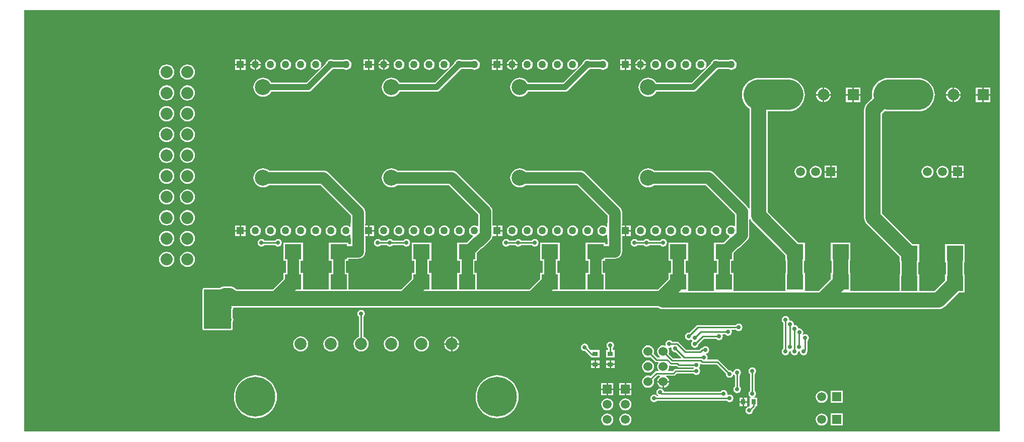
<source format=gbl>
G04*
G04 #@! TF.GenerationSoftware,Altium Limited,Altium Designer,19.0.12 (326)*
G04*
G04 Layer_Physical_Order=2*
G04 Layer_Color=16711680*
%FSLAX24Y24*%
%MOIN*%
G70*
G01*
G75*
%ADD10C,0.0100*%
%ADD41C,0.0400*%
%ADD43R,0.0591X0.0591*%
%ADD44C,0.0591*%
%ADD45C,0.0768*%
%ADD46R,0.0768X0.0768*%
%ADD47R,0.0500X0.0500*%
%ADD48C,0.0500*%
%ADD49C,0.0600*%
%ADD50R,0.0591X0.0591*%
%ADD51C,0.0799*%
%ADD52C,0.0801*%
%ADD53C,0.1058*%
%ADD54C,0.0290*%
%ADD55R,0.1100X0.1000*%
%ADD56R,0.0295X0.0354*%
%ADD57R,0.0354X0.0295*%
%ADD58C,0.2640*%
%ADD59C,0.0750*%
%ADD60C,0.1000*%
%ADD61C,0.2000*%
G36*
X64796Y204D02*
X204D01*
Y28096D01*
X64796D01*
Y204D01*
D02*
G37*
%LPC*%
G36*
X47000Y24853D02*
X46909Y24841D01*
X46823Y24806D01*
X46819Y24803D01*
X46181D01*
X46177Y24806D01*
X46091Y24841D01*
X46000Y24853D01*
X45909Y24841D01*
X45823Y24806D01*
X45750Y24750D01*
X45694Y24677D01*
X45659Y24591D01*
X45658Y24586D01*
X44375Y23303D01*
X42051D01*
X42026Y23351D01*
X41947Y23447D01*
X41851Y23526D01*
X41742Y23584D01*
X41623Y23620D01*
X41500Y23632D01*
X41377Y23620D01*
X41258Y23584D01*
X41149Y23526D01*
X41053Y23447D01*
X40974Y23351D01*
X40916Y23242D01*
X40880Y23123D01*
X40868Y23000D01*
X40880Y22877D01*
X40916Y22758D01*
X40974Y22649D01*
X41053Y22553D01*
X41149Y22474D01*
X41258Y22416D01*
X41377Y22380D01*
X41500Y22368D01*
X41623Y22380D01*
X41742Y22416D01*
X41851Y22474D01*
X41947Y22553D01*
X42026Y22649D01*
X42051Y22697D01*
X44500D01*
X44578Y22708D01*
X44651Y22738D01*
X44714Y22786D01*
X46086Y24158D01*
X46091Y24159D01*
X46177Y24194D01*
X46181Y24197D01*
X46819D01*
X46823Y24194D01*
X46909Y24159D01*
X47000Y24147D01*
X47091Y24159D01*
X47177Y24194D01*
X47250Y24250D01*
X47306Y24323D01*
X47341Y24409D01*
X47353Y24500D01*
X47341Y24591D01*
X47306Y24677D01*
X47250Y24750D01*
X47177Y24806D01*
X47091Y24841D01*
X47000Y24853D01*
D02*
G37*
G36*
X38500D02*
X38409Y24841D01*
X38323Y24806D01*
X38319Y24803D01*
X37681D01*
X37677Y24806D01*
X37591Y24841D01*
X37500Y24853D01*
X37409Y24841D01*
X37323Y24806D01*
X37250Y24750D01*
X37194Y24677D01*
X37159Y24591D01*
X37158Y24586D01*
X35875Y23303D01*
X33551D01*
X33526Y23351D01*
X33447Y23447D01*
X33351Y23526D01*
X33242Y23584D01*
X33123Y23620D01*
X33000Y23632D01*
X32877Y23620D01*
X32758Y23584D01*
X32649Y23526D01*
X32553Y23447D01*
X32474Y23351D01*
X32416Y23242D01*
X32380Y23123D01*
X32368Y23000D01*
X32380Y22877D01*
X32416Y22758D01*
X32474Y22649D01*
X32553Y22553D01*
X32649Y22474D01*
X32758Y22416D01*
X32877Y22380D01*
X33000Y22368D01*
X33123Y22380D01*
X33242Y22416D01*
X33351Y22474D01*
X33447Y22553D01*
X33526Y22649D01*
X33551Y22697D01*
X36000D01*
X36078Y22708D01*
X36151Y22738D01*
X36214Y22786D01*
X37586Y24158D01*
X37591Y24159D01*
X37677Y24194D01*
X37681Y24197D01*
X38319D01*
X38323Y24194D01*
X38409Y24159D01*
X38500Y24147D01*
X38591Y24159D01*
X38677Y24194D01*
X38750Y24250D01*
X38806Y24323D01*
X38841Y24409D01*
X38853Y24500D01*
X38841Y24591D01*
X38806Y24677D01*
X38750Y24750D01*
X38677Y24806D01*
X38591Y24841D01*
X38500Y24853D01*
D02*
G37*
G36*
X30000D02*
X29909Y24841D01*
X29823Y24806D01*
X29819Y24803D01*
X29181D01*
X29177Y24806D01*
X29091Y24841D01*
X29000Y24853D01*
X28909Y24841D01*
X28823Y24806D01*
X28750Y24750D01*
X28694Y24677D01*
X28659Y24591D01*
X28658Y24586D01*
X27375Y23303D01*
X25051D01*
X25026Y23351D01*
X24947Y23447D01*
X24851Y23526D01*
X24742Y23584D01*
X24623Y23620D01*
X24500Y23632D01*
X24377Y23620D01*
X24258Y23584D01*
X24149Y23526D01*
X24053Y23447D01*
X23974Y23351D01*
X23916Y23242D01*
X23880Y23123D01*
X23868Y23000D01*
X23880Y22877D01*
X23916Y22758D01*
X23974Y22649D01*
X24053Y22553D01*
X24149Y22474D01*
X24258Y22416D01*
X24377Y22380D01*
X24500Y22368D01*
X24623Y22380D01*
X24742Y22416D01*
X24851Y22474D01*
X24947Y22553D01*
X25026Y22649D01*
X25051Y22697D01*
X27500D01*
X27578Y22708D01*
X27651Y22738D01*
X27714Y22786D01*
X29086Y24158D01*
X29091Y24159D01*
X29177Y24194D01*
X29181Y24197D01*
X29819D01*
X29823Y24194D01*
X29909Y24159D01*
X30000Y24147D01*
X30091Y24159D01*
X30177Y24194D01*
X30250Y24250D01*
X30306Y24323D01*
X30341Y24409D01*
X30353Y24500D01*
X30341Y24591D01*
X30306Y24677D01*
X30250Y24750D01*
X30177Y24806D01*
X30091Y24841D01*
X30000Y24853D01*
D02*
G37*
G36*
X21500D02*
X21409Y24841D01*
X21323Y24806D01*
X21319Y24803D01*
X20681D01*
X20677Y24806D01*
X20591Y24841D01*
X20500Y24853D01*
X20409Y24841D01*
X20323Y24806D01*
X20250Y24750D01*
X20194Y24677D01*
X20159Y24591D01*
X20158Y24586D01*
X18875Y23303D01*
X16551D01*
X16526Y23351D01*
X16447Y23447D01*
X16351Y23526D01*
X16242Y23584D01*
X16123Y23620D01*
X16000Y23632D01*
X15877Y23620D01*
X15758Y23584D01*
X15649Y23526D01*
X15553Y23447D01*
X15474Y23351D01*
X15416Y23242D01*
X15380Y23123D01*
X15368Y23000D01*
X15380Y22877D01*
X15416Y22758D01*
X15474Y22649D01*
X15553Y22553D01*
X15649Y22474D01*
X15758Y22416D01*
X15877Y22380D01*
X16000Y22368D01*
X16123Y22380D01*
X16242Y22416D01*
X16351Y22474D01*
X16447Y22553D01*
X16526Y22649D01*
X16551Y22697D01*
X19000D01*
X19078Y22708D01*
X19151Y22738D01*
X19214Y22786D01*
X20586Y24158D01*
X20591Y24159D01*
X20677Y24194D01*
X20681Y24197D01*
X21319D01*
X21323Y24194D01*
X21409Y24159D01*
X21500Y24147D01*
X21591Y24159D01*
X21677Y24194D01*
X21750Y24250D01*
X21806Y24323D01*
X21841Y24409D01*
X21853Y24500D01*
X21841Y24591D01*
X21806Y24677D01*
X21750Y24750D01*
X21677Y24806D01*
X21591Y24841D01*
X21500Y24853D01*
D02*
G37*
G36*
X41050Y24846D02*
Y24550D01*
X41346D01*
X41341Y24591D01*
X41306Y24677D01*
X41250Y24750D01*
X41177Y24806D01*
X41091Y24841D01*
X41050Y24846D01*
D02*
G37*
G36*
X40350Y24850D02*
X40050D01*
Y24550D01*
X40350D01*
Y24850D01*
D02*
G37*
G36*
X32550Y24846D02*
Y24550D01*
X32846D01*
X32841Y24591D01*
X32806Y24677D01*
X32750Y24750D01*
X32677Y24806D01*
X32591Y24841D01*
X32550Y24846D01*
D02*
G37*
G36*
X31850Y24850D02*
X31550D01*
Y24550D01*
X31850D01*
Y24850D01*
D02*
G37*
G36*
X24050Y24846D02*
Y24550D01*
X24346D01*
X24341Y24591D01*
X24306Y24677D01*
X24250Y24750D01*
X24177Y24806D01*
X24091Y24841D01*
X24050Y24846D01*
D02*
G37*
G36*
X23350Y24850D02*
X23050D01*
Y24550D01*
X23350D01*
Y24850D01*
D02*
G37*
G36*
X15550Y24846D02*
Y24550D01*
X15846D01*
X15841Y24591D01*
X15806Y24677D01*
X15750Y24750D01*
X15677Y24806D01*
X15591Y24841D01*
X15550Y24846D01*
D02*
G37*
G36*
X14850Y24850D02*
X14550D01*
Y24550D01*
X14850D01*
Y24850D01*
D02*
G37*
G36*
X40950Y24846D02*
X40909Y24841D01*
X40823Y24806D01*
X40750Y24750D01*
X40694Y24677D01*
X40659Y24591D01*
X40654Y24550D01*
X40950D01*
Y24846D01*
D02*
G37*
G36*
X32450D02*
X32409Y24841D01*
X32323Y24806D01*
X32250Y24750D01*
X32194Y24677D01*
X32159Y24591D01*
X32154Y24550D01*
X32450D01*
Y24846D01*
D02*
G37*
G36*
X23950D02*
X23909Y24841D01*
X23823Y24806D01*
X23750Y24750D01*
X23694Y24677D01*
X23659Y24591D01*
X23654Y24550D01*
X23950D01*
Y24846D01*
D02*
G37*
G36*
X15450D02*
X15409Y24841D01*
X15323Y24806D01*
X15250Y24750D01*
X15194Y24677D01*
X15159Y24591D01*
X15154Y24550D01*
X15450D01*
Y24846D01*
D02*
G37*
G36*
X39950Y24850D02*
X39650D01*
Y24550D01*
X39950D01*
Y24850D01*
D02*
G37*
G36*
X31450D02*
X31150D01*
Y24550D01*
X31450D01*
Y24850D01*
D02*
G37*
G36*
X22950D02*
X22650D01*
Y24550D01*
X22950D01*
Y24850D01*
D02*
G37*
G36*
X14450D02*
X14150D01*
Y24550D01*
X14450D01*
Y24850D01*
D02*
G37*
G36*
X41346Y24450D02*
X41050D01*
Y24154D01*
X41091Y24159D01*
X41177Y24194D01*
X41250Y24250D01*
X41306Y24323D01*
X41341Y24409D01*
X41346Y24450D01*
D02*
G37*
G36*
X32846D02*
X32550D01*
Y24154D01*
X32591Y24159D01*
X32677Y24194D01*
X32750Y24250D01*
X32806Y24323D01*
X32841Y24409D01*
X32846Y24450D01*
D02*
G37*
G36*
X24346D02*
X24050D01*
Y24154D01*
X24091Y24159D01*
X24177Y24194D01*
X24250Y24250D01*
X24306Y24323D01*
X24341Y24409D01*
X24346Y24450D01*
D02*
G37*
G36*
X15846D02*
X15550D01*
Y24154D01*
X15591Y24159D01*
X15677Y24194D01*
X15750Y24250D01*
X15806Y24323D01*
X15841Y24409D01*
X15846Y24450D01*
D02*
G37*
G36*
X40950D02*
X40654D01*
X40659Y24409D01*
X40694Y24323D01*
X40750Y24250D01*
X40823Y24194D01*
X40909Y24159D01*
X40950Y24154D01*
Y24450D01*
D02*
G37*
G36*
X32450D02*
X32154D01*
X32159Y24409D01*
X32194Y24323D01*
X32250Y24250D01*
X32323Y24194D01*
X32409Y24159D01*
X32450Y24154D01*
Y24450D01*
D02*
G37*
G36*
X23950D02*
X23654D01*
X23659Y24409D01*
X23694Y24323D01*
X23750Y24250D01*
X23823Y24194D01*
X23909Y24159D01*
X23950Y24154D01*
Y24450D01*
D02*
G37*
G36*
X15450D02*
X15154D01*
X15159Y24409D01*
X15194Y24323D01*
X15250Y24250D01*
X15323Y24194D01*
X15409Y24159D01*
X15450Y24154D01*
Y24450D01*
D02*
G37*
G36*
X40350D02*
X40050D01*
Y24150D01*
X40350D01*
Y24450D01*
D02*
G37*
G36*
X39950D02*
X39650D01*
Y24150D01*
X39950D01*
Y24450D01*
D02*
G37*
G36*
X31850D02*
X31550D01*
Y24150D01*
X31850D01*
Y24450D01*
D02*
G37*
G36*
X31450D02*
X31150D01*
Y24150D01*
X31450D01*
Y24450D01*
D02*
G37*
G36*
X23350D02*
X23050D01*
Y24150D01*
X23350D01*
Y24450D01*
D02*
G37*
G36*
X22950D02*
X22650D01*
Y24150D01*
X22950D01*
Y24450D01*
D02*
G37*
G36*
X14850D02*
X14550D01*
Y24150D01*
X14850D01*
Y24450D01*
D02*
G37*
G36*
X14450D02*
X14150D01*
Y24150D01*
X14450D01*
Y24450D01*
D02*
G37*
G36*
X45000Y24853D02*
X44909Y24841D01*
X44823Y24806D01*
X44750Y24750D01*
X44694Y24677D01*
X44659Y24591D01*
X44647Y24500D01*
X44659Y24409D01*
X44694Y24323D01*
X44750Y24250D01*
X44823Y24194D01*
X44909Y24159D01*
X45000Y24147D01*
X45091Y24159D01*
X45177Y24194D01*
X45250Y24250D01*
X45306Y24323D01*
X45341Y24409D01*
X45353Y24500D01*
X45341Y24591D01*
X45306Y24677D01*
X45250Y24750D01*
X45177Y24806D01*
X45091Y24841D01*
X45000Y24853D01*
D02*
G37*
G36*
X44000D02*
X43909Y24841D01*
X43823Y24806D01*
X43750Y24750D01*
X43694Y24677D01*
X43659Y24591D01*
X43647Y24500D01*
X43659Y24409D01*
X43694Y24323D01*
X43750Y24250D01*
X43823Y24194D01*
X43909Y24159D01*
X44000Y24147D01*
X44091Y24159D01*
X44177Y24194D01*
X44250Y24250D01*
X44306Y24323D01*
X44341Y24409D01*
X44353Y24500D01*
X44341Y24591D01*
X44306Y24677D01*
X44250Y24750D01*
X44177Y24806D01*
X44091Y24841D01*
X44000Y24853D01*
D02*
G37*
G36*
X43000D02*
X42909Y24841D01*
X42823Y24806D01*
X42750Y24750D01*
X42694Y24677D01*
X42659Y24591D01*
X42647Y24500D01*
X42659Y24409D01*
X42694Y24323D01*
X42750Y24250D01*
X42823Y24194D01*
X42909Y24159D01*
X43000Y24147D01*
X43091Y24159D01*
X43177Y24194D01*
X43250Y24250D01*
X43306Y24323D01*
X43341Y24409D01*
X43353Y24500D01*
X43341Y24591D01*
X43306Y24677D01*
X43250Y24750D01*
X43177Y24806D01*
X43091Y24841D01*
X43000Y24853D01*
D02*
G37*
G36*
X42000D02*
X41909Y24841D01*
X41823Y24806D01*
X41750Y24750D01*
X41694Y24677D01*
X41659Y24591D01*
X41647Y24500D01*
X41659Y24409D01*
X41694Y24323D01*
X41750Y24250D01*
X41823Y24194D01*
X41909Y24159D01*
X42000Y24147D01*
X42091Y24159D01*
X42177Y24194D01*
X42250Y24250D01*
X42306Y24323D01*
X42341Y24409D01*
X42353Y24500D01*
X42341Y24591D01*
X42306Y24677D01*
X42250Y24750D01*
X42177Y24806D01*
X42091Y24841D01*
X42000Y24853D01*
D02*
G37*
G36*
X36500D02*
X36409Y24841D01*
X36323Y24806D01*
X36250Y24750D01*
X36194Y24677D01*
X36159Y24591D01*
X36147Y24500D01*
X36159Y24409D01*
X36194Y24323D01*
X36250Y24250D01*
X36323Y24194D01*
X36409Y24159D01*
X36500Y24147D01*
X36591Y24159D01*
X36677Y24194D01*
X36750Y24250D01*
X36806Y24323D01*
X36841Y24409D01*
X36853Y24500D01*
X36841Y24591D01*
X36806Y24677D01*
X36750Y24750D01*
X36677Y24806D01*
X36591Y24841D01*
X36500Y24853D01*
D02*
G37*
G36*
X35500D02*
X35409Y24841D01*
X35323Y24806D01*
X35250Y24750D01*
X35194Y24677D01*
X35159Y24591D01*
X35147Y24500D01*
X35159Y24409D01*
X35194Y24323D01*
X35250Y24250D01*
X35323Y24194D01*
X35409Y24159D01*
X35500Y24147D01*
X35591Y24159D01*
X35677Y24194D01*
X35750Y24250D01*
X35806Y24323D01*
X35841Y24409D01*
X35853Y24500D01*
X35841Y24591D01*
X35806Y24677D01*
X35750Y24750D01*
X35677Y24806D01*
X35591Y24841D01*
X35500Y24853D01*
D02*
G37*
G36*
X34500D02*
X34409Y24841D01*
X34323Y24806D01*
X34250Y24750D01*
X34194Y24677D01*
X34159Y24591D01*
X34147Y24500D01*
X34159Y24409D01*
X34194Y24323D01*
X34250Y24250D01*
X34323Y24194D01*
X34409Y24159D01*
X34500Y24147D01*
X34591Y24159D01*
X34677Y24194D01*
X34750Y24250D01*
X34806Y24323D01*
X34841Y24409D01*
X34853Y24500D01*
X34841Y24591D01*
X34806Y24677D01*
X34750Y24750D01*
X34677Y24806D01*
X34591Y24841D01*
X34500Y24853D01*
D02*
G37*
G36*
X33500D02*
X33409Y24841D01*
X33323Y24806D01*
X33250Y24750D01*
X33194Y24677D01*
X33159Y24591D01*
X33147Y24500D01*
X33159Y24409D01*
X33194Y24323D01*
X33250Y24250D01*
X33323Y24194D01*
X33409Y24159D01*
X33500Y24147D01*
X33591Y24159D01*
X33677Y24194D01*
X33750Y24250D01*
X33806Y24323D01*
X33841Y24409D01*
X33853Y24500D01*
X33841Y24591D01*
X33806Y24677D01*
X33750Y24750D01*
X33677Y24806D01*
X33591Y24841D01*
X33500Y24853D01*
D02*
G37*
G36*
X28000D02*
X27909Y24841D01*
X27823Y24806D01*
X27750Y24750D01*
X27694Y24677D01*
X27659Y24591D01*
X27647Y24500D01*
X27659Y24409D01*
X27694Y24323D01*
X27750Y24250D01*
X27823Y24194D01*
X27909Y24159D01*
X28000Y24147D01*
X28091Y24159D01*
X28177Y24194D01*
X28250Y24250D01*
X28306Y24323D01*
X28341Y24409D01*
X28353Y24500D01*
X28341Y24591D01*
X28306Y24677D01*
X28250Y24750D01*
X28177Y24806D01*
X28091Y24841D01*
X28000Y24853D01*
D02*
G37*
G36*
X27000D02*
X26909Y24841D01*
X26823Y24806D01*
X26750Y24750D01*
X26694Y24677D01*
X26659Y24591D01*
X26647Y24500D01*
X26659Y24409D01*
X26694Y24323D01*
X26750Y24250D01*
X26823Y24194D01*
X26909Y24159D01*
X27000Y24147D01*
X27091Y24159D01*
X27177Y24194D01*
X27250Y24250D01*
X27306Y24323D01*
X27341Y24409D01*
X27353Y24500D01*
X27341Y24591D01*
X27306Y24677D01*
X27250Y24750D01*
X27177Y24806D01*
X27091Y24841D01*
X27000Y24853D01*
D02*
G37*
G36*
X26000D02*
X25909Y24841D01*
X25823Y24806D01*
X25750Y24750D01*
X25694Y24677D01*
X25659Y24591D01*
X25647Y24500D01*
X25659Y24409D01*
X25694Y24323D01*
X25750Y24250D01*
X25823Y24194D01*
X25909Y24159D01*
X26000Y24147D01*
X26091Y24159D01*
X26177Y24194D01*
X26250Y24250D01*
X26306Y24323D01*
X26341Y24409D01*
X26353Y24500D01*
X26341Y24591D01*
X26306Y24677D01*
X26250Y24750D01*
X26177Y24806D01*
X26091Y24841D01*
X26000Y24853D01*
D02*
G37*
G36*
X25000D02*
X24909Y24841D01*
X24823Y24806D01*
X24750Y24750D01*
X24694Y24677D01*
X24659Y24591D01*
X24647Y24500D01*
X24659Y24409D01*
X24694Y24323D01*
X24750Y24250D01*
X24823Y24194D01*
X24909Y24159D01*
X25000Y24147D01*
X25091Y24159D01*
X25177Y24194D01*
X25250Y24250D01*
X25306Y24323D01*
X25341Y24409D01*
X25353Y24500D01*
X25341Y24591D01*
X25306Y24677D01*
X25250Y24750D01*
X25177Y24806D01*
X25091Y24841D01*
X25000Y24853D01*
D02*
G37*
G36*
X19500D02*
X19409Y24841D01*
X19323Y24806D01*
X19250Y24750D01*
X19194Y24677D01*
X19159Y24591D01*
X19147Y24500D01*
X19159Y24409D01*
X19194Y24323D01*
X19250Y24250D01*
X19323Y24194D01*
X19409Y24159D01*
X19500Y24147D01*
X19591Y24159D01*
X19677Y24194D01*
X19750Y24250D01*
X19806Y24323D01*
X19841Y24409D01*
X19853Y24500D01*
X19841Y24591D01*
X19806Y24677D01*
X19750Y24750D01*
X19677Y24806D01*
X19591Y24841D01*
X19500Y24853D01*
D02*
G37*
G36*
X18500D02*
X18409Y24841D01*
X18323Y24806D01*
X18250Y24750D01*
X18194Y24677D01*
X18159Y24591D01*
X18147Y24500D01*
X18159Y24409D01*
X18194Y24323D01*
X18250Y24250D01*
X18323Y24194D01*
X18409Y24159D01*
X18500Y24147D01*
X18591Y24159D01*
X18677Y24194D01*
X18750Y24250D01*
X18806Y24323D01*
X18841Y24409D01*
X18853Y24500D01*
X18841Y24591D01*
X18806Y24677D01*
X18750Y24750D01*
X18677Y24806D01*
X18591Y24841D01*
X18500Y24853D01*
D02*
G37*
G36*
X17500D02*
X17409Y24841D01*
X17323Y24806D01*
X17250Y24750D01*
X17194Y24677D01*
X17159Y24591D01*
X17147Y24500D01*
X17159Y24409D01*
X17194Y24323D01*
X17250Y24250D01*
X17323Y24194D01*
X17409Y24159D01*
X17500Y24147D01*
X17591Y24159D01*
X17677Y24194D01*
X17750Y24250D01*
X17806Y24323D01*
X17841Y24409D01*
X17853Y24500D01*
X17841Y24591D01*
X17806Y24677D01*
X17750Y24750D01*
X17677Y24806D01*
X17591Y24841D01*
X17500Y24853D01*
D02*
G37*
G36*
X16500D02*
X16409Y24841D01*
X16323Y24806D01*
X16250Y24750D01*
X16194Y24677D01*
X16159Y24591D01*
X16147Y24500D01*
X16159Y24409D01*
X16194Y24323D01*
X16250Y24250D01*
X16323Y24194D01*
X16409Y24159D01*
X16500Y24147D01*
X16591Y24159D01*
X16677Y24194D01*
X16750Y24250D01*
X16806Y24323D01*
X16841Y24409D01*
X16853Y24500D01*
X16841Y24591D01*
X16806Y24677D01*
X16750Y24750D01*
X16677Y24806D01*
X16591Y24841D01*
X16500Y24853D01*
D02*
G37*
G36*
X11000Y24505D02*
X10869Y24488D01*
X10748Y24437D01*
X10643Y24357D01*
X10563Y24252D01*
X10512Y24131D01*
X10495Y24000D01*
X10512Y23869D01*
X10563Y23748D01*
X10643Y23643D01*
X10748Y23563D01*
X10869Y23512D01*
X11000Y23495D01*
X11131Y23512D01*
X11252Y23563D01*
X11357Y23643D01*
X11437Y23748D01*
X11488Y23869D01*
X11505Y24000D01*
X11488Y24131D01*
X11437Y24252D01*
X11357Y24357D01*
X11252Y24437D01*
X11131Y24488D01*
X11000Y24505D01*
D02*
G37*
G36*
X9622D02*
X9491Y24488D01*
X9370Y24437D01*
X9265Y24357D01*
X9185Y24252D01*
X9134Y24131D01*
X9117Y24000D01*
X9134Y23869D01*
X9185Y23748D01*
X9265Y23643D01*
X9370Y23563D01*
X9491Y23512D01*
X9622Y23495D01*
X9753Y23512D01*
X9875Y23563D01*
X9979Y23643D01*
X10059Y23748D01*
X10110Y23869D01*
X10127Y24000D01*
X10110Y24131D01*
X10059Y24252D01*
X9979Y24357D01*
X9875Y24437D01*
X9753Y24488D01*
X9622Y24505D01*
D02*
G37*
G36*
X61759Y22981D02*
Y22550D01*
X62191D01*
X62181Y22626D01*
X62132Y22744D01*
X62054Y22845D01*
X61953Y22923D01*
X61836Y22971D01*
X61759Y22981D01*
D02*
G37*
G36*
X55562Y22984D02*
X55128D01*
Y22550D01*
X55562D01*
Y22984D01*
D02*
G37*
G36*
X64162D02*
X63728D01*
Y22550D01*
X64162D01*
Y22984D01*
D02*
G37*
G36*
X53159Y22981D02*
Y22550D01*
X53591D01*
X53581Y22626D01*
X53532Y22744D01*
X53454Y22845D01*
X53353Y22923D01*
X53236Y22971D01*
X53159Y22981D01*
D02*
G37*
G36*
X61659D02*
X61583Y22971D01*
X61465Y22923D01*
X61364Y22845D01*
X61287Y22744D01*
X61238Y22626D01*
X61228Y22550D01*
X61659D01*
Y22981D01*
D02*
G37*
G36*
X53059D02*
X52983Y22971D01*
X52865Y22923D01*
X52764Y22845D01*
X52687Y22744D01*
X52638Y22626D01*
X52628Y22550D01*
X53059D01*
Y22981D01*
D02*
G37*
G36*
X63628Y22984D02*
X63194D01*
Y22550D01*
X63628D01*
Y22984D01*
D02*
G37*
G36*
X55028D02*
X54594D01*
Y22550D01*
X55028D01*
Y22984D01*
D02*
G37*
G36*
X11000Y23127D02*
X10869Y23110D01*
X10748Y23059D01*
X10643Y22979D01*
X10563Y22875D01*
X10512Y22753D01*
X10495Y22622D01*
X10512Y22491D01*
X10563Y22370D01*
X10643Y22265D01*
X10748Y22185D01*
X10869Y22134D01*
X11000Y22117D01*
X11131Y22134D01*
X11252Y22185D01*
X11357Y22265D01*
X11437Y22370D01*
X11488Y22491D01*
X11505Y22622D01*
X11488Y22753D01*
X11437Y22875D01*
X11357Y22979D01*
X11252Y23059D01*
X11131Y23110D01*
X11000Y23127D01*
D02*
G37*
G36*
X9622D02*
X9491Y23110D01*
X9370Y23059D01*
X9265Y22979D01*
X9185Y22875D01*
X9134Y22753D01*
X9117Y22622D01*
X9134Y22491D01*
X9185Y22370D01*
X9265Y22265D01*
X9370Y22185D01*
X9491Y22134D01*
X9622Y22117D01*
X9753Y22134D01*
X9875Y22185D01*
X9979Y22265D01*
X10059Y22370D01*
X10110Y22491D01*
X10127Y22622D01*
X10110Y22753D01*
X10059Y22875D01*
X9979Y22979D01*
X9875Y23059D01*
X9753Y23110D01*
X9622Y23127D01*
D02*
G37*
G36*
X62191Y22450D02*
X61759D01*
Y22019D01*
X61836Y22029D01*
X61953Y22077D01*
X62054Y22155D01*
X62132Y22256D01*
X62181Y22374D01*
X62191Y22450D01*
D02*
G37*
G36*
X53591D02*
X53159D01*
Y22019D01*
X53236Y22029D01*
X53353Y22077D01*
X53454Y22155D01*
X53532Y22256D01*
X53581Y22374D01*
X53591Y22450D01*
D02*
G37*
G36*
X53059D02*
X52628D01*
X52638Y22374D01*
X52687Y22256D01*
X52764Y22155D01*
X52865Y22077D01*
X52983Y22029D01*
X53059Y22019D01*
Y22450D01*
D02*
G37*
G36*
X61659D02*
X61228D01*
X61238Y22374D01*
X61287Y22256D01*
X61364Y22155D01*
X61465Y22077D01*
X61583Y22029D01*
X61659Y22019D01*
Y22450D01*
D02*
G37*
G36*
X64162D02*
X63728D01*
Y22016D01*
X64162D01*
Y22450D01*
D02*
G37*
G36*
X63628D02*
X63194D01*
Y22016D01*
X63628D01*
Y22450D01*
D02*
G37*
G36*
X55562D02*
X55128D01*
Y22016D01*
X55562D01*
Y22450D01*
D02*
G37*
G36*
X55028D02*
X54594D01*
Y22016D01*
X55028D01*
Y22450D01*
D02*
G37*
G36*
X11000Y21749D02*
X10869Y21732D01*
X10748Y21681D01*
X10643Y21601D01*
X10563Y21497D01*
X10512Y21375D01*
X10495Y21244D01*
X10512Y21113D01*
X10563Y20992D01*
X10643Y20887D01*
X10748Y20807D01*
X10869Y20756D01*
X11000Y20739D01*
X11131Y20756D01*
X11252Y20807D01*
X11357Y20887D01*
X11437Y20992D01*
X11488Y21113D01*
X11505Y21244D01*
X11488Y21375D01*
X11437Y21497D01*
X11357Y21601D01*
X11252Y21681D01*
X11131Y21732D01*
X11000Y21749D01*
D02*
G37*
G36*
X9622D02*
X9491Y21732D01*
X9370Y21681D01*
X9265Y21601D01*
X9185Y21497D01*
X9134Y21375D01*
X9117Y21244D01*
X9134Y21113D01*
X9185Y20992D01*
X9265Y20887D01*
X9370Y20807D01*
X9491Y20756D01*
X9622Y20739D01*
X9753Y20756D01*
X9875Y20807D01*
X9979Y20887D01*
X10059Y20992D01*
X10110Y21113D01*
X10127Y21244D01*
X10110Y21375D01*
X10059Y21497D01*
X9979Y21601D01*
X9875Y21681D01*
X9753Y21732D01*
X9622Y21749D01*
D02*
G37*
G36*
X11000Y20371D02*
X10869Y20354D01*
X10748Y20303D01*
X10643Y20223D01*
X10563Y20119D01*
X10512Y19997D01*
X10495Y19866D01*
X10512Y19735D01*
X10563Y19614D01*
X10643Y19509D01*
X10748Y19429D01*
X10869Y19378D01*
X11000Y19361D01*
X11131Y19378D01*
X11252Y19429D01*
X11357Y19509D01*
X11437Y19614D01*
X11488Y19735D01*
X11505Y19866D01*
X11488Y19997D01*
X11437Y20119D01*
X11357Y20223D01*
X11252Y20303D01*
X11131Y20354D01*
X11000Y20371D01*
D02*
G37*
G36*
X9622D02*
X9491Y20354D01*
X9370Y20303D01*
X9265Y20223D01*
X9185Y20119D01*
X9134Y19997D01*
X9117Y19866D01*
X9134Y19735D01*
X9185Y19614D01*
X9265Y19509D01*
X9370Y19429D01*
X9491Y19378D01*
X9622Y19361D01*
X9753Y19378D01*
X9875Y19429D01*
X9979Y19509D01*
X10059Y19614D01*
X10110Y19735D01*
X10127Y19866D01*
X10110Y19997D01*
X10059Y20119D01*
X9979Y20223D01*
X9875Y20303D01*
X9753Y20354D01*
X9622Y20371D01*
D02*
G37*
G36*
X11000Y18993D02*
X10869Y18976D01*
X10748Y18925D01*
X10643Y18845D01*
X10563Y18741D01*
X10512Y18619D01*
X10495Y18488D01*
X10512Y18358D01*
X10563Y18236D01*
X10643Y18131D01*
X10748Y18051D01*
X10869Y18000D01*
X11000Y17983D01*
X11131Y18000D01*
X11252Y18051D01*
X11357Y18131D01*
X11437Y18236D01*
X11488Y18358D01*
X11505Y18488D01*
X11488Y18619D01*
X11437Y18741D01*
X11357Y18845D01*
X11252Y18925D01*
X11131Y18976D01*
X11000Y18993D01*
D02*
G37*
G36*
X9622D02*
X9491Y18976D01*
X9370Y18925D01*
X9265Y18845D01*
X9185Y18741D01*
X9134Y18619D01*
X9117Y18488D01*
X9134Y18358D01*
X9185Y18236D01*
X9265Y18131D01*
X9370Y18051D01*
X9491Y18000D01*
X9622Y17983D01*
X9753Y18000D01*
X9875Y18051D01*
X9979Y18131D01*
X10059Y18236D01*
X10110Y18358D01*
X10127Y18488D01*
X10110Y18619D01*
X10059Y18741D01*
X9979Y18845D01*
X9875Y18925D01*
X9753Y18976D01*
X9622Y18993D01*
D02*
G37*
G36*
X62395Y17795D02*
X62050D01*
Y17450D01*
X62395D01*
Y17795D01*
D02*
G37*
G36*
X53995D02*
X53650D01*
Y17450D01*
X53995D01*
Y17795D01*
D02*
G37*
G36*
X53550D02*
X53205D01*
Y17450D01*
X53550D01*
Y17795D01*
D02*
G37*
G36*
X61950D02*
X61605D01*
Y17450D01*
X61950D01*
Y17795D01*
D02*
G37*
G36*
X62395Y17350D02*
X62050D01*
Y17005D01*
X62395D01*
Y17350D01*
D02*
G37*
G36*
X61950D02*
X61605D01*
Y17005D01*
X61950D01*
Y17350D01*
D02*
G37*
G36*
X53995D02*
X53650D01*
Y17005D01*
X53995D01*
Y17350D01*
D02*
G37*
G36*
X53550D02*
X53205D01*
Y17005D01*
X53550D01*
Y17350D01*
D02*
G37*
G36*
X61000Y17799D02*
X60897Y17785D01*
X60801Y17745D01*
X60718Y17682D01*
X60655Y17599D01*
X60615Y17503D01*
X60601Y17400D01*
X60615Y17297D01*
X60655Y17201D01*
X60718Y17118D01*
X60801Y17055D01*
X60897Y17015D01*
X61000Y17001D01*
X61103Y17015D01*
X61199Y17055D01*
X61282Y17118D01*
X61345Y17201D01*
X61385Y17297D01*
X61399Y17400D01*
X61385Y17503D01*
X61345Y17599D01*
X61282Y17682D01*
X61199Y17745D01*
X61103Y17785D01*
X61000Y17799D01*
D02*
G37*
G36*
X60000D02*
X59897Y17785D01*
X59801Y17745D01*
X59718Y17682D01*
X59655Y17599D01*
X59615Y17503D01*
X59601Y17400D01*
X59615Y17297D01*
X59655Y17201D01*
X59718Y17118D01*
X59801Y17055D01*
X59897Y17015D01*
X60000Y17001D01*
X60103Y17015D01*
X60199Y17055D01*
X60282Y17118D01*
X60345Y17201D01*
X60385Y17297D01*
X60399Y17400D01*
X60385Y17503D01*
X60345Y17599D01*
X60282Y17682D01*
X60199Y17745D01*
X60103Y17785D01*
X60000Y17799D01*
D02*
G37*
G36*
X52600D02*
X52497Y17785D01*
X52401Y17745D01*
X52318Y17682D01*
X52255Y17599D01*
X52215Y17503D01*
X52201Y17400D01*
X52215Y17297D01*
X52255Y17201D01*
X52318Y17118D01*
X52401Y17055D01*
X52497Y17015D01*
X52600Y17001D01*
X52703Y17015D01*
X52799Y17055D01*
X52882Y17118D01*
X52945Y17201D01*
X52985Y17297D01*
X52999Y17400D01*
X52985Y17503D01*
X52945Y17599D01*
X52882Y17682D01*
X52799Y17745D01*
X52703Y17785D01*
X52600Y17799D01*
D02*
G37*
G36*
X51600D02*
X51497Y17785D01*
X51401Y17745D01*
X51318Y17682D01*
X51255Y17599D01*
X51215Y17503D01*
X51201Y17400D01*
X51215Y17297D01*
X51255Y17201D01*
X51318Y17118D01*
X51401Y17055D01*
X51497Y17015D01*
X51600Y17001D01*
X51703Y17015D01*
X51799Y17055D01*
X51882Y17118D01*
X51945Y17201D01*
X51985Y17297D01*
X51999Y17400D01*
X51985Y17503D01*
X51945Y17599D01*
X51882Y17682D01*
X51799Y17745D01*
X51703Y17785D01*
X51600Y17799D01*
D02*
G37*
G36*
X11000Y17615D02*
X10869Y17598D01*
X10748Y17548D01*
X10643Y17467D01*
X10563Y17363D01*
X10512Y17241D01*
X10495Y17110D01*
X10512Y16980D01*
X10563Y16858D01*
X10643Y16753D01*
X10748Y16673D01*
X10869Y16623D01*
X11000Y16605D01*
X11131Y16623D01*
X11252Y16673D01*
X11357Y16753D01*
X11437Y16858D01*
X11488Y16980D01*
X11505Y17110D01*
X11488Y17241D01*
X11437Y17363D01*
X11357Y17467D01*
X11252Y17548D01*
X11131Y17598D01*
X11000Y17615D01*
D02*
G37*
G36*
X9622D02*
X9491Y17598D01*
X9370Y17548D01*
X9265Y17467D01*
X9185Y17363D01*
X9134Y17241D01*
X9117Y17110D01*
X9134Y16980D01*
X9185Y16858D01*
X9265Y16753D01*
X9370Y16673D01*
X9491Y16623D01*
X9622Y16605D01*
X9753Y16623D01*
X9875Y16673D01*
X9979Y16753D01*
X10059Y16858D01*
X10110Y16980D01*
X10127Y17110D01*
X10110Y17241D01*
X10059Y17363D01*
X9979Y17467D01*
X9875Y17548D01*
X9753Y17598D01*
X9622Y17615D01*
D02*
G37*
G36*
X11000Y16237D02*
X10869Y16220D01*
X10748Y16170D01*
X10643Y16089D01*
X10563Y15985D01*
X10512Y15863D01*
X10495Y15732D01*
X10512Y15602D01*
X10563Y15480D01*
X10643Y15375D01*
X10748Y15295D01*
X10869Y15245D01*
X11000Y15227D01*
X11131Y15245D01*
X11252Y15295D01*
X11357Y15375D01*
X11437Y15480D01*
X11488Y15602D01*
X11505Y15732D01*
X11488Y15863D01*
X11437Y15985D01*
X11357Y16089D01*
X11252Y16170D01*
X11131Y16220D01*
X11000Y16237D01*
D02*
G37*
G36*
X9622D02*
X9491Y16220D01*
X9370Y16170D01*
X9265Y16089D01*
X9185Y15985D01*
X9134Y15863D01*
X9117Y15732D01*
X9134Y15602D01*
X9185Y15480D01*
X9265Y15375D01*
X9370Y15295D01*
X9491Y15245D01*
X9622Y15227D01*
X9753Y15245D01*
X9875Y15295D01*
X9979Y15375D01*
X10059Y15480D01*
X10110Y15602D01*
X10127Y15732D01*
X10110Y15863D01*
X10059Y15985D01*
X9979Y16089D01*
X9875Y16170D01*
X9753Y16220D01*
X9622Y16237D01*
D02*
G37*
G36*
X11000Y14859D02*
X10869Y14842D01*
X10748Y14792D01*
X10643Y14711D01*
X10563Y14607D01*
X10512Y14485D01*
X10495Y14354D01*
X10512Y14224D01*
X10563Y14102D01*
X10643Y13997D01*
X10748Y13917D01*
X10869Y13867D01*
X11000Y13849D01*
X11131Y13867D01*
X11252Y13917D01*
X11357Y13997D01*
X11437Y14102D01*
X11488Y14224D01*
X11505Y14354D01*
X11488Y14485D01*
X11437Y14607D01*
X11357Y14711D01*
X11252Y14792D01*
X11131Y14842D01*
X11000Y14859D01*
D02*
G37*
G36*
X9622D02*
X9491Y14842D01*
X9370Y14792D01*
X9265Y14711D01*
X9185Y14607D01*
X9134Y14485D01*
X9117Y14354D01*
X9134Y14224D01*
X9185Y14102D01*
X9265Y13997D01*
X9370Y13917D01*
X9491Y13867D01*
X9622Y13849D01*
X9753Y13867D01*
X9875Y13917D01*
X9979Y13997D01*
X10059Y14102D01*
X10110Y14224D01*
X10127Y14354D01*
X10110Y14485D01*
X10059Y14607D01*
X9979Y14711D01*
X9875Y14792D01*
X9753Y14842D01*
X9622Y14859D01*
D02*
G37*
G36*
X40350Y13850D02*
X40050D01*
Y13550D01*
X40350D01*
Y13850D01*
D02*
G37*
G36*
X31850D02*
X31550D01*
Y13550D01*
X31850D01*
Y13850D01*
D02*
G37*
G36*
X23350D02*
X23050D01*
Y13550D01*
X23350D01*
Y13850D01*
D02*
G37*
G36*
X14850D02*
X14550D01*
Y13550D01*
X14850D01*
Y13850D01*
D02*
G37*
G36*
X14450D02*
X14150D01*
Y13550D01*
X14450D01*
Y13850D01*
D02*
G37*
G36*
X40350Y13450D02*
X40050D01*
Y13150D01*
X40350D01*
Y13450D01*
D02*
G37*
G36*
X31850D02*
X31550D01*
Y13150D01*
X31850D01*
Y13450D01*
D02*
G37*
G36*
X23350D02*
X23050D01*
Y13150D01*
X23350D01*
Y13450D01*
D02*
G37*
G36*
X14850D02*
X14550D01*
Y13150D01*
X14850D01*
Y13450D01*
D02*
G37*
G36*
X14450D02*
X14150D01*
Y13150D01*
X14450D01*
Y13450D01*
D02*
G37*
G36*
X46000Y13853D02*
X45909Y13841D01*
X45823Y13806D01*
X45750Y13750D01*
X45694Y13677D01*
X45659Y13591D01*
X45647Y13500D01*
X45659Y13409D01*
X45694Y13323D01*
X45750Y13250D01*
X45823Y13194D01*
X45909Y13159D01*
X46000Y13147D01*
X46091Y13159D01*
X46177Y13194D01*
X46250Y13250D01*
X46306Y13323D01*
X46341Y13409D01*
X46353Y13500D01*
X46341Y13591D01*
X46306Y13677D01*
X46250Y13750D01*
X46177Y13806D01*
X46091Y13841D01*
X46000Y13853D01*
D02*
G37*
G36*
X45000D02*
X44909Y13841D01*
X44823Y13806D01*
X44750Y13750D01*
X44694Y13677D01*
X44659Y13591D01*
X44647Y13500D01*
X44659Y13409D01*
X44694Y13323D01*
X44750Y13250D01*
X44823Y13194D01*
X44909Y13159D01*
X45000Y13147D01*
X45091Y13159D01*
X45177Y13194D01*
X45250Y13250D01*
X45306Y13323D01*
X45341Y13409D01*
X45353Y13500D01*
X45341Y13591D01*
X45306Y13677D01*
X45250Y13750D01*
X45177Y13806D01*
X45091Y13841D01*
X45000Y13853D01*
D02*
G37*
G36*
X44000D02*
X43909Y13841D01*
X43823Y13806D01*
X43750Y13750D01*
X43694Y13677D01*
X43659Y13591D01*
X43647Y13500D01*
X43659Y13409D01*
X43694Y13323D01*
X43750Y13250D01*
X43823Y13194D01*
X43909Y13159D01*
X44000Y13147D01*
X44091Y13159D01*
X44177Y13194D01*
X44250Y13250D01*
X44306Y13323D01*
X44341Y13409D01*
X44353Y13500D01*
X44341Y13591D01*
X44306Y13677D01*
X44250Y13750D01*
X44177Y13806D01*
X44091Y13841D01*
X44000Y13853D01*
D02*
G37*
G36*
X43000D02*
X42909Y13841D01*
X42823Y13806D01*
X42750Y13750D01*
X42694Y13677D01*
X42659Y13591D01*
X42647Y13500D01*
X42659Y13409D01*
X42694Y13323D01*
X42750Y13250D01*
X42823Y13194D01*
X42909Y13159D01*
X43000Y13147D01*
X43091Y13159D01*
X43177Y13194D01*
X43250Y13250D01*
X43306Y13323D01*
X43341Y13409D01*
X43353Y13500D01*
X43341Y13591D01*
X43306Y13677D01*
X43250Y13750D01*
X43177Y13806D01*
X43091Y13841D01*
X43000Y13853D01*
D02*
G37*
G36*
X42000D02*
X41909Y13841D01*
X41823Y13806D01*
X41750Y13750D01*
X41694Y13677D01*
X41659Y13591D01*
X41647Y13500D01*
X41659Y13409D01*
X41694Y13323D01*
X41750Y13250D01*
X41823Y13194D01*
X41909Y13159D01*
X42000Y13147D01*
X42091Y13159D01*
X42177Y13194D01*
X42250Y13250D01*
X42306Y13323D01*
X42341Y13409D01*
X42353Y13500D01*
X42341Y13591D01*
X42306Y13677D01*
X42250Y13750D01*
X42177Y13806D01*
X42091Y13841D01*
X42000Y13853D01*
D02*
G37*
G36*
X41000D02*
X40909Y13841D01*
X40823Y13806D01*
X40750Y13750D01*
X40694Y13677D01*
X40659Y13591D01*
X40647Y13500D01*
X40659Y13409D01*
X40694Y13323D01*
X40750Y13250D01*
X40823Y13194D01*
X40909Y13159D01*
X41000Y13147D01*
X41091Y13159D01*
X41177Y13194D01*
X41250Y13250D01*
X41306Y13323D01*
X41341Y13409D01*
X41353Y13500D01*
X41341Y13591D01*
X41306Y13677D01*
X41250Y13750D01*
X41177Y13806D01*
X41091Y13841D01*
X41000Y13853D01*
D02*
G37*
G36*
X37500D02*
X37409Y13841D01*
X37323Y13806D01*
X37250Y13750D01*
X37194Y13677D01*
X37159Y13591D01*
X37147Y13500D01*
X37159Y13409D01*
X37194Y13323D01*
X37250Y13250D01*
X37323Y13194D01*
X37409Y13159D01*
X37500Y13147D01*
X37591Y13159D01*
X37677Y13194D01*
X37750Y13250D01*
X37806Y13323D01*
X37841Y13409D01*
X37853Y13500D01*
X37841Y13591D01*
X37806Y13677D01*
X37750Y13750D01*
X37677Y13806D01*
X37591Y13841D01*
X37500Y13853D01*
D02*
G37*
G36*
X36500D02*
X36409Y13841D01*
X36323Y13806D01*
X36250Y13750D01*
X36194Y13677D01*
X36159Y13591D01*
X36147Y13500D01*
X36159Y13409D01*
X36194Y13323D01*
X36250Y13250D01*
X36323Y13194D01*
X36409Y13159D01*
X36500Y13147D01*
X36591Y13159D01*
X36677Y13194D01*
X36750Y13250D01*
X36806Y13323D01*
X36841Y13409D01*
X36853Y13500D01*
X36841Y13591D01*
X36806Y13677D01*
X36750Y13750D01*
X36677Y13806D01*
X36591Y13841D01*
X36500Y13853D01*
D02*
G37*
G36*
X35500D02*
X35409Y13841D01*
X35323Y13806D01*
X35250Y13750D01*
X35194Y13677D01*
X35159Y13591D01*
X35147Y13500D01*
X35159Y13409D01*
X35194Y13323D01*
X35250Y13250D01*
X35323Y13194D01*
X35409Y13159D01*
X35500Y13147D01*
X35591Y13159D01*
X35677Y13194D01*
X35750Y13250D01*
X35806Y13323D01*
X35841Y13409D01*
X35853Y13500D01*
X35841Y13591D01*
X35806Y13677D01*
X35750Y13750D01*
X35677Y13806D01*
X35591Y13841D01*
X35500Y13853D01*
D02*
G37*
G36*
X34500D02*
X34409Y13841D01*
X34323Y13806D01*
X34250Y13750D01*
X34194Y13677D01*
X34159Y13591D01*
X34147Y13500D01*
X34159Y13409D01*
X34194Y13323D01*
X34250Y13250D01*
X34323Y13194D01*
X34409Y13159D01*
X34500Y13147D01*
X34591Y13159D01*
X34677Y13194D01*
X34750Y13250D01*
X34806Y13323D01*
X34841Y13409D01*
X34853Y13500D01*
X34841Y13591D01*
X34806Y13677D01*
X34750Y13750D01*
X34677Y13806D01*
X34591Y13841D01*
X34500Y13853D01*
D02*
G37*
G36*
X33500D02*
X33409Y13841D01*
X33323Y13806D01*
X33250Y13750D01*
X33194Y13677D01*
X33159Y13591D01*
X33147Y13500D01*
X33159Y13409D01*
X33194Y13323D01*
X33250Y13250D01*
X33323Y13194D01*
X33409Y13159D01*
X33500Y13147D01*
X33591Y13159D01*
X33677Y13194D01*
X33750Y13250D01*
X33806Y13323D01*
X33841Y13409D01*
X33853Y13500D01*
X33841Y13591D01*
X33806Y13677D01*
X33750Y13750D01*
X33677Y13806D01*
X33591Y13841D01*
X33500Y13853D01*
D02*
G37*
G36*
X32500D02*
X32409Y13841D01*
X32323Y13806D01*
X32250Y13750D01*
X32194Y13677D01*
X32159Y13591D01*
X32147Y13500D01*
X32159Y13409D01*
X32194Y13323D01*
X32250Y13250D01*
X32323Y13194D01*
X32409Y13159D01*
X32500Y13147D01*
X32591Y13159D01*
X32677Y13194D01*
X32750Y13250D01*
X32806Y13323D01*
X32841Y13409D01*
X32853Y13500D01*
X32841Y13591D01*
X32806Y13677D01*
X32750Y13750D01*
X32677Y13806D01*
X32591Y13841D01*
X32500Y13853D01*
D02*
G37*
G36*
X29000D02*
X28909Y13841D01*
X28823Y13806D01*
X28750Y13750D01*
X28694Y13677D01*
X28659Y13591D01*
X28647Y13500D01*
X28659Y13409D01*
X28694Y13323D01*
X28750Y13250D01*
X28823Y13194D01*
X28909Y13159D01*
X29000Y13147D01*
X29091Y13159D01*
X29177Y13194D01*
X29250Y13250D01*
X29306Y13323D01*
X29341Y13409D01*
X29353Y13500D01*
X29341Y13591D01*
X29306Y13677D01*
X29250Y13750D01*
X29177Y13806D01*
X29091Y13841D01*
X29000Y13853D01*
D02*
G37*
G36*
X28000D02*
X27909Y13841D01*
X27823Y13806D01*
X27750Y13750D01*
X27694Y13677D01*
X27659Y13591D01*
X27647Y13500D01*
X27659Y13409D01*
X27694Y13323D01*
X27750Y13250D01*
X27823Y13194D01*
X27909Y13159D01*
X28000Y13147D01*
X28091Y13159D01*
X28177Y13194D01*
X28250Y13250D01*
X28306Y13323D01*
X28341Y13409D01*
X28353Y13500D01*
X28341Y13591D01*
X28306Y13677D01*
X28250Y13750D01*
X28177Y13806D01*
X28091Y13841D01*
X28000Y13853D01*
D02*
G37*
G36*
X27000D02*
X26909Y13841D01*
X26823Y13806D01*
X26750Y13750D01*
X26694Y13677D01*
X26659Y13591D01*
X26647Y13500D01*
X26659Y13409D01*
X26694Y13323D01*
X26750Y13250D01*
X26823Y13194D01*
X26909Y13159D01*
X27000Y13147D01*
X27091Y13159D01*
X27177Y13194D01*
X27250Y13250D01*
X27306Y13323D01*
X27341Y13409D01*
X27353Y13500D01*
X27341Y13591D01*
X27306Y13677D01*
X27250Y13750D01*
X27177Y13806D01*
X27091Y13841D01*
X27000Y13853D01*
D02*
G37*
G36*
X26000D02*
X25909Y13841D01*
X25823Y13806D01*
X25750Y13750D01*
X25694Y13677D01*
X25659Y13591D01*
X25647Y13500D01*
X25659Y13409D01*
X25694Y13323D01*
X25750Y13250D01*
X25823Y13194D01*
X25909Y13159D01*
X26000Y13147D01*
X26091Y13159D01*
X26177Y13194D01*
X26250Y13250D01*
X26306Y13323D01*
X26341Y13409D01*
X26353Y13500D01*
X26341Y13591D01*
X26306Y13677D01*
X26250Y13750D01*
X26177Y13806D01*
X26091Y13841D01*
X26000Y13853D01*
D02*
G37*
G36*
X25000D02*
X24909Y13841D01*
X24823Y13806D01*
X24750Y13750D01*
X24694Y13677D01*
X24659Y13591D01*
X24647Y13500D01*
X24659Y13409D01*
X24694Y13323D01*
X24750Y13250D01*
X24823Y13194D01*
X24909Y13159D01*
X25000Y13147D01*
X25091Y13159D01*
X25177Y13194D01*
X25250Y13250D01*
X25306Y13323D01*
X25341Y13409D01*
X25353Y13500D01*
X25341Y13591D01*
X25306Y13677D01*
X25250Y13750D01*
X25177Y13806D01*
X25091Y13841D01*
X25000Y13853D01*
D02*
G37*
G36*
X24000D02*
X23909Y13841D01*
X23823Y13806D01*
X23750Y13750D01*
X23694Y13677D01*
X23659Y13591D01*
X23647Y13500D01*
X23659Y13409D01*
X23694Y13323D01*
X23750Y13250D01*
X23823Y13194D01*
X23909Y13159D01*
X24000Y13147D01*
X24091Y13159D01*
X24177Y13194D01*
X24250Y13250D01*
X24306Y13323D01*
X24341Y13409D01*
X24353Y13500D01*
X24341Y13591D01*
X24306Y13677D01*
X24250Y13750D01*
X24177Y13806D01*
X24091Y13841D01*
X24000Y13853D01*
D02*
G37*
G36*
X20500D02*
X20409Y13841D01*
X20323Y13806D01*
X20250Y13750D01*
X20194Y13677D01*
X20159Y13591D01*
X20147Y13500D01*
X20159Y13409D01*
X20194Y13323D01*
X20250Y13250D01*
X20323Y13194D01*
X20409Y13159D01*
X20500Y13147D01*
X20591Y13159D01*
X20677Y13194D01*
X20750Y13250D01*
X20806Y13323D01*
X20841Y13409D01*
X20853Y13500D01*
X20841Y13591D01*
X20806Y13677D01*
X20750Y13750D01*
X20677Y13806D01*
X20591Y13841D01*
X20500Y13853D01*
D02*
G37*
G36*
X19500D02*
X19409Y13841D01*
X19323Y13806D01*
X19250Y13750D01*
X19194Y13677D01*
X19159Y13591D01*
X19147Y13500D01*
X19159Y13409D01*
X19194Y13323D01*
X19250Y13250D01*
X19323Y13194D01*
X19409Y13159D01*
X19500Y13147D01*
X19591Y13159D01*
X19677Y13194D01*
X19750Y13250D01*
X19806Y13323D01*
X19841Y13409D01*
X19853Y13500D01*
X19841Y13591D01*
X19806Y13677D01*
X19750Y13750D01*
X19677Y13806D01*
X19591Y13841D01*
X19500Y13853D01*
D02*
G37*
G36*
X18500D02*
X18409Y13841D01*
X18323Y13806D01*
X18250Y13750D01*
X18194Y13677D01*
X18159Y13591D01*
X18147Y13500D01*
X18159Y13409D01*
X18194Y13323D01*
X18250Y13250D01*
X18323Y13194D01*
X18409Y13159D01*
X18500Y13147D01*
X18591Y13159D01*
X18677Y13194D01*
X18750Y13250D01*
X18806Y13323D01*
X18841Y13409D01*
X18853Y13500D01*
X18841Y13591D01*
X18806Y13677D01*
X18750Y13750D01*
X18677Y13806D01*
X18591Y13841D01*
X18500Y13853D01*
D02*
G37*
G36*
X17500D02*
X17409Y13841D01*
X17323Y13806D01*
X17250Y13750D01*
X17194Y13677D01*
X17159Y13591D01*
X17147Y13500D01*
X17159Y13409D01*
X17194Y13323D01*
X17250Y13250D01*
X17323Y13194D01*
X17409Y13159D01*
X17500Y13147D01*
X17591Y13159D01*
X17677Y13194D01*
X17750Y13250D01*
X17806Y13323D01*
X17841Y13409D01*
X17853Y13500D01*
X17841Y13591D01*
X17806Y13677D01*
X17750Y13750D01*
X17677Y13806D01*
X17591Y13841D01*
X17500Y13853D01*
D02*
G37*
G36*
X16500D02*
X16409Y13841D01*
X16323Y13806D01*
X16250Y13750D01*
X16194Y13677D01*
X16159Y13591D01*
X16147Y13500D01*
X16159Y13409D01*
X16194Y13323D01*
X16250Y13250D01*
X16323Y13194D01*
X16409Y13159D01*
X16500Y13147D01*
X16591Y13159D01*
X16677Y13194D01*
X16750Y13250D01*
X16806Y13323D01*
X16841Y13409D01*
X16853Y13500D01*
X16841Y13591D01*
X16806Y13677D01*
X16750Y13750D01*
X16677Y13806D01*
X16591Y13841D01*
X16500Y13853D01*
D02*
G37*
G36*
X15500D02*
X15409Y13841D01*
X15323Y13806D01*
X15250Y13750D01*
X15194Y13677D01*
X15159Y13591D01*
X15147Y13500D01*
X15159Y13409D01*
X15194Y13323D01*
X15250Y13250D01*
X15323Y13194D01*
X15409Y13159D01*
X15500Y13147D01*
X15591Y13159D01*
X15677Y13194D01*
X15750Y13250D01*
X15806Y13323D01*
X15841Y13409D01*
X15853Y13500D01*
X15841Y13591D01*
X15806Y13677D01*
X15750Y13750D01*
X15677Y13806D01*
X15591Y13841D01*
X15500Y13853D01*
D02*
G37*
G36*
X42500Y12950D02*
X42404Y12931D01*
X42323Y12877D01*
X42308Y12853D01*
X41592D01*
X41577Y12877D01*
X41496Y12931D01*
X41400Y12950D01*
X41304Y12931D01*
X41223Y12877D01*
X41208Y12853D01*
X40792D01*
X40777Y12877D01*
X40696Y12931D01*
X40600Y12950D01*
X40504Y12931D01*
X40423Y12877D01*
X40369Y12796D01*
X40350Y12700D01*
X40369Y12604D01*
X40423Y12523D01*
X40504Y12469D01*
X40600Y12450D01*
X40696Y12469D01*
X40777Y12523D01*
X40792Y12547D01*
X41208D01*
X41223Y12523D01*
X41304Y12469D01*
X41400Y12450D01*
X41496Y12469D01*
X41577Y12523D01*
X41592Y12547D01*
X42308D01*
X42323Y12523D01*
X42404Y12469D01*
X42500Y12450D01*
X42596Y12469D01*
X42677Y12523D01*
X42731Y12604D01*
X42750Y12700D01*
X42731Y12796D01*
X42677Y12877D01*
X42596Y12931D01*
X42500Y12950D01*
D02*
G37*
G36*
X34000D02*
X33904Y12931D01*
X33823Y12877D01*
X33808Y12853D01*
X33092D01*
X33077Y12877D01*
X32996Y12931D01*
X32900Y12950D01*
X32804Y12931D01*
X32723Y12877D01*
X32708Y12853D01*
X32292D01*
X32277Y12877D01*
X32196Y12931D01*
X32100Y12950D01*
X32004Y12931D01*
X31923Y12877D01*
X31869Y12796D01*
X31850Y12700D01*
X31869Y12604D01*
X31923Y12523D01*
X32004Y12469D01*
X32100Y12450D01*
X32196Y12469D01*
X32277Y12523D01*
X32292Y12547D01*
X32708D01*
X32723Y12523D01*
X32804Y12469D01*
X32900Y12450D01*
X32996Y12469D01*
X33077Y12523D01*
X33092Y12547D01*
X33808D01*
X33823Y12523D01*
X33904Y12469D01*
X34000Y12450D01*
X34096Y12469D01*
X34177Y12523D01*
X34231Y12604D01*
X34250Y12700D01*
X34231Y12796D01*
X34177Y12877D01*
X34096Y12931D01*
X34000Y12950D01*
D02*
G37*
G36*
X25500D02*
X25404Y12931D01*
X25323Y12877D01*
X25308Y12853D01*
X24592D01*
X24577Y12877D01*
X24496Y12931D01*
X24400Y12950D01*
X24304Y12931D01*
X24223Y12877D01*
X24208Y12853D01*
X23792D01*
X23777Y12877D01*
X23696Y12931D01*
X23600Y12950D01*
X23504Y12931D01*
X23423Y12877D01*
X23369Y12796D01*
X23350Y12700D01*
X23369Y12604D01*
X23423Y12523D01*
X23504Y12469D01*
X23600Y12450D01*
X23696Y12469D01*
X23777Y12523D01*
X23792Y12547D01*
X24208D01*
X24223Y12523D01*
X24304Y12469D01*
X24400Y12450D01*
X24496Y12469D01*
X24577Y12523D01*
X24592Y12547D01*
X25308D01*
X25323Y12523D01*
X25404Y12469D01*
X25500Y12450D01*
X25596Y12469D01*
X25677Y12523D01*
X25731Y12604D01*
X25750Y12700D01*
X25731Y12796D01*
X25677Y12877D01*
X25596Y12931D01*
X25500Y12950D01*
D02*
G37*
G36*
X17000D02*
X16904Y12931D01*
X16823Y12877D01*
X16808Y12853D01*
X16092D01*
X16077Y12877D01*
X15996Y12931D01*
X15900Y12950D01*
X15804Y12931D01*
X15723Y12877D01*
X15669Y12796D01*
X15650Y12700D01*
X15669Y12604D01*
X15723Y12523D01*
X15804Y12469D01*
X15900Y12450D01*
X15996Y12469D01*
X16077Y12523D01*
X16092Y12547D01*
X16808D01*
X16823Y12523D01*
X16904Y12469D01*
X17000Y12450D01*
X17096Y12469D01*
X17177Y12523D01*
X17231Y12604D01*
X17250Y12700D01*
X17231Y12796D01*
X17177Y12877D01*
X17096Y12931D01*
X17000Y12950D01*
D02*
G37*
G36*
X11000Y13481D02*
X10869Y13464D01*
X10748Y13414D01*
X10643Y13333D01*
X10563Y13229D01*
X10512Y13107D01*
X10495Y12976D01*
X10512Y12846D01*
X10563Y12724D01*
X10643Y12619D01*
X10748Y12539D01*
X10869Y12489D01*
X11000Y12471D01*
X11131Y12489D01*
X11252Y12539D01*
X11357Y12619D01*
X11437Y12724D01*
X11488Y12846D01*
X11505Y12976D01*
X11488Y13107D01*
X11437Y13229D01*
X11357Y13333D01*
X11252Y13414D01*
X11131Y13464D01*
X11000Y13481D01*
D02*
G37*
G36*
X9622D02*
X9491Y13464D01*
X9370Y13414D01*
X9265Y13333D01*
X9185Y13229D01*
X9134Y13107D01*
X9117Y12976D01*
X9134Y12846D01*
X9185Y12724D01*
X9265Y12619D01*
X9370Y12539D01*
X9491Y12489D01*
X9622Y12471D01*
X9753Y12489D01*
X9875Y12539D01*
X9979Y12619D01*
X10059Y12724D01*
X10110Y12846D01*
X10127Y12976D01*
X10110Y13107D01*
X10059Y13229D01*
X9979Y13333D01*
X9875Y13414D01*
X9753Y13464D01*
X9622Y13481D01*
D02*
G37*
G36*
X11000Y12103D02*
X10869Y12086D01*
X10748Y12036D01*
X10643Y11955D01*
X10563Y11851D01*
X10512Y11729D01*
X10495Y11598D01*
X10512Y11468D01*
X10563Y11346D01*
X10643Y11241D01*
X10748Y11161D01*
X10869Y11111D01*
X11000Y11094D01*
X11131Y11111D01*
X11252Y11161D01*
X11357Y11241D01*
X11437Y11346D01*
X11488Y11468D01*
X11505Y11598D01*
X11488Y11729D01*
X11437Y11851D01*
X11357Y11955D01*
X11252Y12036D01*
X11131Y12086D01*
X11000Y12103D01*
D02*
G37*
G36*
X9622D02*
X9491Y12086D01*
X9370Y12036D01*
X9265Y11955D01*
X9185Y11851D01*
X9134Y11729D01*
X9117Y11598D01*
X9134Y11468D01*
X9185Y11346D01*
X9265Y11241D01*
X9370Y11161D01*
X9491Y11111D01*
X9622Y11094D01*
X9753Y11111D01*
X9875Y11161D01*
X9979Y11241D01*
X10059Y11346D01*
X10110Y11468D01*
X10127Y11598D01*
X10110Y11729D01*
X10059Y11851D01*
X9979Y11955D01*
X9875Y12036D01*
X9753Y12086D01*
X9622Y12103D01*
D02*
G37*
G36*
X59378Y23603D02*
X57409D01*
X57237Y23590D01*
X57068Y23549D01*
X56908Y23483D01*
X56761Y23393D01*
X56629Y23280D01*
X56517Y23149D01*
X56426Y23001D01*
X56360Y22841D01*
X56320Y22673D01*
X56306Y22500D01*
X56320Y22327D01*
X56332Y22275D01*
X55974Y21917D01*
X55899Y21826D01*
X55843Y21721D01*
X55809Y21608D01*
X55797Y21491D01*
Y14370D01*
X55809Y14252D01*
X55843Y14139D01*
X55899Y14035D01*
X55974Y13944D01*
X57874Y12044D01*
X58150Y11767D01*
Y11420D01*
X58197D01*
Y10600D01*
X58150D01*
Y9503D01*
X54900D01*
Y10700D01*
X54853D01*
Y11520D01*
X54900D01*
Y12720D01*
X53600D01*
Y11520D01*
X53647D01*
Y10700D01*
X53600D01*
Y10303D01*
X52800Y9503D01*
X51880D01*
Y10700D01*
X51833D01*
Y11520D01*
X51880D01*
Y12720D01*
X51433D01*
X49412Y14740D01*
Y21397D01*
X50778D01*
X50950Y21410D01*
X51119Y21451D01*
X51279Y21517D01*
X51426Y21607D01*
X51558Y21720D01*
X51671Y21851D01*
X51761Y21999D01*
X51827Y22159D01*
X51868Y22327D01*
X51881Y22500D01*
X51868Y22673D01*
X51827Y22841D01*
X51761Y23001D01*
X51671Y23149D01*
X51558Y23280D01*
X51426Y23393D01*
X51279Y23483D01*
X51119Y23549D01*
X50950Y23590D01*
X50778Y23603D01*
X48809D01*
X48637Y23590D01*
X48468Y23549D01*
X48308Y23483D01*
X48161Y23393D01*
X48029Y23280D01*
X47917Y23149D01*
X47826Y23001D01*
X47760Y22841D01*
X47720Y22673D01*
X47706Y22500D01*
X47720Y22327D01*
X47760Y22159D01*
X47826Y21999D01*
X47917Y21851D01*
X48029Y21720D01*
X48161Y21607D01*
X48206Y21579D01*
Y14985D01*
X48156Y14975D01*
X48140Y15015D01*
X48064Y15114D01*
X45839Y17339D01*
X45740Y17415D01*
X45624Y17463D01*
X45500Y17479D01*
X41908D01*
X41851Y17526D01*
X41742Y17584D01*
X41623Y17620D01*
X41500Y17632D01*
X41377Y17620D01*
X41258Y17584D01*
X41149Y17526D01*
X41053Y17447D01*
X40974Y17351D01*
X40916Y17242D01*
X40880Y17123D01*
X40868Y17000D01*
X40880Y16877D01*
X40916Y16758D01*
X40974Y16649D01*
X41053Y16553D01*
X41149Y16474D01*
X41258Y16416D01*
X41377Y16380D01*
X41500Y16368D01*
X41623Y16380D01*
X41742Y16416D01*
X41851Y16474D01*
X41908Y16521D01*
X45302D01*
X47246Y14577D01*
Y13809D01*
X47201Y13787D01*
X47177Y13806D01*
X47091Y13841D01*
X47000Y13853D01*
X46909Y13841D01*
X46823Y13806D01*
X46750Y13750D01*
X46694Y13677D01*
X46659Y13591D01*
X46647Y13500D01*
X46659Y13409D01*
X46694Y13323D01*
X46750Y13250D01*
X46823Y13194D01*
X46879Y13171D01*
X46887Y13114D01*
X46886Y13114D01*
X46492Y12720D01*
X45870D01*
Y11520D01*
X46041D01*
Y10700D01*
X45870D01*
Y9503D01*
X44150D01*
Y10700D01*
X43979D01*
Y11520D01*
X44150D01*
Y12720D01*
X42850D01*
Y11520D01*
X43021D01*
Y10700D01*
X42850D01*
Y10303D01*
X42174Y9626D01*
X42154Y9603D01*
X38670D01*
Y10700D01*
X38499D01*
Y11520D01*
X38670D01*
Y11641D01*
X39300D01*
X39424Y11657D01*
X39540Y11705D01*
X39639Y11781D01*
X39715Y11880D01*
X39763Y11996D01*
X39779Y12120D01*
Y13028D01*
X39768Y13112D01*
X39801Y13150D01*
X39950D01*
Y13500D01*
Y13850D01*
X39801D01*
X39768Y13888D01*
X39779Y13972D01*
Y14700D01*
X39763Y14824D01*
X39715Y14940D01*
X39639Y15039D01*
X37339Y17339D01*
X37240Y17415D01*
X37124Y17463D01*
X37000Y17479D01*
X33408D01*
X33351Y17526D01*
X33242Y17584D01*
X33123Y17620D01*
X33000Y17632D01*
X32877Y17620D01*
X32758Y17584D01*
X32649Y17526D01*
X32553Y17447D01*
X32474Y17351D01*
X32416Y17242D01*
X32380Y17123D01*
X32368Y17000D01*
X32380Y16877D01*
X32416Y16758D01*
X32474Y16649D01*
X32553Y16553D01*
X32649Y16474D01*
X32758Y16416D01*
X32877Y16380D01*
X33000Y16368D01*
X33123Y16380D01*
X33242Y16416D01*
X33351Y16474D01*
X33408Y16521D01*
X36802D01*
X38821Y14502D01*
Y14092D01*
X38812Y14071D01*
X38796Y13947D01*
Y13765D01*
X38773Y13758D01*
X38746Y13752D01*
X38677Y13806D01*
X38591Y13841D01*
X38500Y13853D01*
X38409Y13841D01*
X38323Y13806D01*
X38250Y13750D01*
X38194Y13677D01*
X38159Y13591D01*
X38147Y13500D01*
X38159Y13409D01*
X38194Y13323D01*
X38250Y13250D01*
X38323Y13194D01*
X38409Y13159D01*
X38500Y13147D01*
X38591Y13159D01*
X38677Y13194D01*
X38746Y13248D01*
X38773Y13242D01*
X38796Y13235D01*
Y13053D01*
X38812Y12929D01*
X38821Y12908D01*
Y12599D01*
X38670D01*
Y12720D01*
X37370D01*
Y11520D01*
X37541D01*
Y10700D01*
X37370D01*
Y9603D01*
X35650D01*
Y10700D01*
X35479D01*
Y11520D01*
X35650D01*
Y12720D01*
X34350D01*
Y11520D01*
X34521D01*
Y10700D01*
X34350D01*
Y10303D01*
X33674Y9626D01*
X33654Y9603D01*
X30170D01*
Y10700D01*
X29999D01*
Y11520D01*
X30170D01*
Y12042D01*
X30451Y12323D01*
X30540Y12360D01*
X30639Y12436D01*
X31064Y12861D01*
X31140Y12960D01*
X31188Y13076D01*
X31198Y13150D01*
X31450D01*
Y13500D01*
Y13850D01*
X31204D01*
Y14775D01*
X31188Y14899D01*
X31140Y15015D01*
X31064Y15114D01*
X28839Y17339D01*
X28740Y17415D01*
X28624Y17463D01*
X28500Y17479D01*
X24908D01*
X24851Y17526D01*
X24742Y17584D01*
X24623Y17620D01*
X24500Y17632D01*
X24377Y17620D01*
X24258Y17584D01*
X24149Y17526D01*
X24053Y17447D01*
X23974Y17351D01*
X23916Y17242D01*
X23880Y17123D01*
X23868Y17000D01*
X23880Y16877D01*
X23916Y16758D01*
X23974Y16649D01*
X24053Y16553D01*
X24149Y16474D01*
X24258Y16416D01*
X24377Y16380D01*
X24500Y16368D01*
X24623Y16380D01*
X24742Y16416D01*
X24851Y16474D01*
X24908Y16521D01*
X28302D01*
X30246Y14577D01*
Y13809D01*
X30201Y13787D01*
X30177Y13806D01*
X30091Y13841D01*
X30000Y13853D01*
X29909Y13841D01*
X29823Y13806D01*
X29750Y13750D01*
X29694Y13677D01*
X29659Y13591D01*
X29647Y13500D01*
X29659Y13409D01*
X29694Y13323D01*
X29750Y13250D01*
X29823Y13194D01*
X29879Y13171D01*
X29887Y13114D01*
X29886Y13114D01*
X29492Y12720D01*
X28870D01*
Y11520D01*
X29041D01*
Y10700D01*
X28870D01*
Y9603D01*
X27150D01*
Y10700D01*
X26979D01*
Y11520D01*
X27150D01*
Y12720D01*
X25850D01*
Y11520D01*
X26021D01*
Y10700D01*
X25850D01*
Y10303D01*
X25174Y9626D01*
X25154Y9603D01*
X21670D01*
Y10700D01*
X21499D01*
Y11520D01*
X21670D01*
Y11641D01*
X22300D01*
X22424Y11657D01*
X22540Y11705D01*
X22639Y11781D01*
X22715Y11880D01*
X22763Y11996D01*
X22779Y12120D01*
Y13028D01*
X22768Y13112D01*
X22801Y13150D01*
X22950D01*
Y13500D01*
Y13850D01*
X22801D01*
X22768Y13888D01*
X22779Y13972D01*
Y14700D01*
X22763Y14824D01*
X22715Y14940D01*
X22639Y15039D01*
X20339Y17339D01*
X20240Y17415D01*
X20124Y17463D01*
X20000Y17479D01*
X16408D01*
X16351Y17526D01*
X16242Y17584D01*
X16123Y17620D01*
X16000Y17632D01*
X15877Y17620D01*
X15758Y17584D01*
X15649Y17526D01*
X15553Y17447D01*
X15474Y17351D01*
X15416Y17242D01*
X15380Y17123D01*
X15368Y17000D01*
X15380Y16877D01*
X15416Y16758D01*
X15474Y16649D01*
X15553Y16553D01*
X15649Y16474D01*
X15758Y16416D01*
X15877Y16380D01*
X16000Y16368D01*
X16123Y16380D01*
X16242Y16416D01*
X16351Y16474D01*
X16408Y16521D01*
X19802D01*
X21821Y14502D01*
Y14092D01*
X21812Y14071D01*
X21796Y13947D01*
Y13765D01*
X21773Y13758D01*
X21746Y13752D01*
X21677Y13806D01*
X21591Y13841D01*
X21500Y13853D01*
X21409Y13841D01*
X21323Y13806D01*
X21250Y13750D01*
X21194Y13677D01*
X21159Y13591D01*
X21147Y13500D01*
X21159Y13409D01*
X21194Y13323D01*
X21250Y13250D01*
X21323Y13194D01*
X21409Y13159D01*
X21500Y13147D01*
X21591Y13159D01*
X21677Y13194D01*
X21746Y13248D01*
X21773Y13242D01*
X21796Y13235D01*
Y13053D01*
X21812Y12929D01*
X21821Y12908D01*
Y12599D01*
X21670D01*
Y12720D01*
X20370D01*
Y11520D01*
X20541D01*
Y10700D01*
X20370D01*
Y9603D01*
X18650D01*
Y10700D01*
X18479D01*
Y11520D01*
X18650D01*
Y12720D01*
X17350D01*
Y11520D01*
X17521D01*
Y10700D01*
X17350D01*
Y10303D01*
X16674Y9626D01*
X16654Y9603D01*
X14250D01*
X14226Y9626D01*
X14135Y9701D01*
X14031Y9757D01*
X13918Y9791D01*
X13800Y9803D01*
X13500D01*
X13382Y9791D01*
X13269Y9757D01*
X13166Y9702D01*
X12100D01*
X12061Y9694D01*
X12028Y9672D01*
X12006Y9639D01*
X11998Y9600D01*
Y7000D01*
X12006Y6961D01*
X12028Y6928D01*
X12061Y6906D01*
X12100Y6898D01*
X13900D01*
X13939Y6906D01*
X13972Y6928D01*
X13994Y6961D01*
X14002Y7000D01*
Y7461D01*
X14031Y7504D01*
X14050Y7600D01*
X14031Y7696D01*
X14002Y7739D01*
Y8261D01*
X14031Y8304D01*
X14049Y8397D01*
X42168D01*
X42269Y8343D01*
X42382Y8309D01*
X42500Y8297D01*
X60720D01*
X60838Y8309D01*
X60951Y8343D01*
X61055Y8399D01*
X61146Y8474D01*
X62073Y9400D01*
X62470D01*
Y10600D01*
X62423D01*
Y11420D01*
X62470D01*
Y12620D01*
X61849D01*
X61820Y12623D01*
X61791Y12620D01*
X61170D01*
Y11420D01*
X61217D01*
Y10600D01*
X61170D01*
Y10203D01*
X60470Y9503D01*
X59450D01*
Y10600D01*
X59403D01*
Y11420D01*
X59450D01*
Y12620D01*
X59003D01*
X58726Y12896D01*
X57003Y14620D01*
Y21241D01*
X57185Y21423D01*
X57237Y21410D01*
X57409Y21397D01*
X59378D01*
X59550Y21410D01*
X59719Y21451D01*
X59879Y21517D01*
X60026Y21607D01*
X60158Y21720D01*
X60271Y21851D01*
X60361Y21999D01*
X60427Y22159D01*
X60468Y22327D01*
X60481Y22500D01*
X60468Y22673D01*
X60427Y22841D01*
X60361Y23001D01*
X60271Y23149D01*
X60158Y23280D01*
X60026Y23393D01*
X59879Y23483D01*
X59719Y23549D01*
X59550Y23590D01*
X59378Y23603D01*
D02*
G37*
G36*
X47500Y7350D02*
X47404Y7331D01*
X47323Y7277D01*
X47308Y7253D01*
X44800D01*
X44741Y7241D01*
X44692Y7208D01*
X44228Y6744D01*
X44200Y6750D01*
X44104Y6731D01*
X44023Y6677D01*
X43969Y6596D01*
X43950Y6500D01*
X43969Y6404D01*
X44023Y6323D01*
X44104Y6269D01*
X44200Y6250D01*
X44296Y6269D01*
X44356Y6310D01*
X44369Y6304D01*
X44423Y6223D01*
Y6177D01*
X44369Y6096D01*
X44350Y6000D01*
X44369Y5904D01*
X44423Y5823D01*
X44504Y5769D01*
X44600Y5750D01*
X44696Y5769D01*
X44777Y5823D01*
X44831Y5904D01*
X44850Y6000D01*
X44847Y6014D01*
X45181Y6347D01*
X46008D01*
X46023Y6323D01*
X46104Y6269D01*
X46200Y6250D01*
X46296Y6269D01*
X46377Y6323D01*
X46431Y6404D01*
X46450Y6500D01*
X46431Y6592D01*
X46432Y6603D01*
X46453Y6642D01*
X46611D01*
X46623Y6623D01*
X46704Y6569D01*
X46800Y6550D01*
X46896Y6569D01*
X46977Y6623D01*
X47031Y6704D01*
X47050Y6800D01*
X47031Y6896D01*
X47026Y6903D01*
X47049Y6947D01*
X47308D01*
X47323Y6923D01*
X47404Y6869D01*
X47500Y6850D01*
X47596Y6869D01*
X47677Y6923D01*
X47731Y7004D01*
X47750Y7100D01*
X47731Y7196D01*
X47677Y7277D01*
X47596Y7331D01*
X47500Y7350D01*
D02*
G37*
G36*
X28550Y6497D02*
Y6050D01*
X28997D01*
X28987Y6130D01*
X28936Y6252D01*
X28856Y6356D01*
X28752Y6436D01*
X28630Y6487D01*
X28550Y6497D01*
D02*
G37*
G36*
X28450D02*
X28370Y6487D01*
X28248Y6436D01*
X28144Y6356D01*
X28064Y6252D01*
X28013Y6130D01*
X28003Y6050D01*
X28450D01*
Y6497D01*
D02*
G37*
G36*
X42900Y6250D02*
X42804Y6231D01*
X42723Y6177D01*
X42669Y6096D01*
X42650Y6000D01*
X42666Y5918D01*
X42638Y5887D01*
X42627Y5880D01*
X42604Y5890D01*
X42500Y5903D01*
X42396Y5890D01*
X42298Y5849D01*
X42215Y5785D01*
X42151Y5702D01*
X42110Y5604D01*
X42097Y5500D01*
X42110Y5396D01*
X42151Y5298D01*
X42215Y5215D01*
X42295Y5153D01*
X42295Y5148D01*
X42270Y5103D01*
X42113D01*
X41870Y5347D01*
X41890Y5396D01*
X41903Y5500D01*
X41890Y5604D01*
X41849Y5702D01*
X41785Y5785D01*
X41702Y5849D01*
X41604Y5890D01*
X41500Y5903D01*
X41396Y5890D01*
X41298Y5849D01*
X41215Y5785D01*
X41151Y5702D01*
X41110Y5604D01*
X41097Y5500D01*
X41110Y5396D01*
X41151Y5298D01*
X41215Y5215D01*
X41298Y5151D01*
X41396Y5110D01*
X41500Y5097D01*
X41604Y5110D01*
X41653Y5131D01*
X41942Y4842D01*
X41991Y4809D01*
X42050Y4797D01*
X42161D01*
X42185Y4747D01*
X42151Y4702D01*
X42110Y4604D01*
X42097Y4500D01*
X42110Y4396D01*
X42151Y4298D01*
X42185Y4253D01*
X42161Y4203D01*
X42050D01*
X41991Y4191D01*
X41942Y4158D01*
X41653Y3869D01*
X41604Y3890D01*
X41500Y3903D01*
X41396Y3890D01*
X41298Y3849D01*
X41215Y3785D01*
X41151Y3702D01*
X41110Y3604D01*
X41097Y3500D01*
X41110Y3396D01*
X41151Y3298D01*
X41215Y3215D01*
X41298Y3151D01*
X41396Y3110D01*
X41500Y3097D01*
X41604Y3110D01*
X41702Y3151D01*
X41785Y3215D01*
X41849Y3298D01*
X41890Y3396D01*
X41903Y3500D01*
X41890Y3604D01*
X41870Y3653D01*
X42113Y3897D01*
X42270D01*
X42295Y3852D01*
X42295Y3847D01*
X42215Y3785D01*
X42151Y3702D01*
X42110Y3604D01*
X42103Y3550D01*
X42500D01*
Y3500D01*
D01*
Y3550D01*
X42897D01*
X42890Y3604D01*
X42849Y3702D01*
X42785Y3785D01*
X42705Y3847D01*
X42705Y3852D01*
X42730Y3897D01*
X43186D01*
X43245Y3909D01*
X43295Y3942D01*
X43400Y4047D01*
X44508D01*
X44523Y4023D01*
X44604Y3969D01*
X44700Y3950D01*
X44796Y3969D01*
X44877Y4023D01*
X44931Y4104D01*
X44950Y4200D01*
X44931Y4296D01*
X44877Y4377D01*
Y4423D01*
X44931Y4504D01*
X44950Y4600D01*
X44938Y4660D01*
X44941Y4664D01*
X44983Y4688D01*
X45019Y4664D01*
X45078Y4652D01*
X46032D01*
X46649Y4035D01*
X46643Y4007D01*
X46662Y3911D01*
X46716Y3830D01*
X46797Y3776D01*
X46893Y3757D01*
X46989Y3776D01*
X47070Y3830D01*
X47124Y3911D01*
X47135Y3966D01*
X47188Y3977D01*
X47223Y3923D01*
X47247Y3908D01*
Y3192D01*
X47223Y3177D01*
X47169Y3096D01*
X47150Y3000D01*
X47169Y2904D01*
X47223Y2823D01*
X47304Y2769D01*
X47400Y2750D01*
X47496Y2769D01*
X47577Y2823D01*
X47631Y2904D01*
X47650Y3000D01*
X47631Y3096D01*
X47577Y3177D01*
X47553Y3192D01*
Y3908D01*
X47577Y3923D01*
X47631Y4004D01*
X47650Y4100D01*
X47631Y4196D01*
X47577Y4277D01*
X47496Y4331D01*
X47400Y4350D01*
X47304Y4331D01*
X47223Y4277D01*
X47169Y4196D01*
X47158Y4141D01*
X47105Y4130D01*
X47070Y4184D01*
X46989Y4238D01*
X46893Y4257D01*
X46865Y4251D01*
X46203Y4913D01*
X46154Y4946D01*
X46095Y4958D01*
X45453D01*
X45432Y4997D01*
X45431Y5008D01*
X45450Y5100D01*
X45431Y5196D01*
X45377Y5277D01*
X45333Y5306D01*
X45344Y5359D01*
X45396Y5369D01*
X45477Y5423D01*
X45531Y5504D01*
X45550Y5600D01*
X45531Y5696D01*
X45477Y5777D01*
X45396Y5831D01*
X45300Y5850D01*
X45204Y5831D01*
X45123Y5777D01*
X45108Y5753D01*
X45100D01*
X45041Y5741D01*
X44992Y5708D01*
X44900Y5616D01*
X44017D01*
X43525Y6108D01*
X43476Y6141D01*
X43417Y6153D01*
X43092D01*
X43077Y6177D01*
X42996Y6231D01*
X42900Y6250D01*
D02*
G37*
G36*
X28997Y5950D02*
X28550D01*
Y5503D01*
X28630Y5513D01*
X28752Y5564D01*
X28856Y5644D01*
X28936Y5748D01*
X28987Y5870D01*
X28997Y5950D01*
D02*
G37*
G36*
X28450D02*
X28003D01*
X28013Y5870D01*
X28064Y5748D01*
X28144Y5644D01*
X28248Y5564D01*
X28370Y5513D01*
X28450Y5503D01*
Y5950D01*
D02*
G37*
G36*
X26500Y6504D02*
X26370Y6487D01*
X26248Y6436D01*
X26144Y6356D01*
X26064Y6252D01*
X26013Y6130D01*
X25996Y6000D01*
X26013Y5870D01*
X26064Y5748D01*
X26144Y5644D01*
X26248Y5564D01*
X26370Y5513D01*
X26500Y5496D01*
X26630Y5513D01*
X26752Y5564D01*
X26856Y5644D01*
X26936Y5748D01*
X26987Y5870D01*
X27004Y6000D01*
X26987Y6130D01*
X26936Y6252D01*
X26856Y6356D01*
X26752Y6436D01*
X26630Y6487D01*
X26500Y6504D01*
D02*
G37*
G36*
X24500D02*
X24370Y6487D01*
X24248Y6436D01*
X24144Y6356D01*
X24064Y6252D01*
X24013Y6130D01*
X23996Y6000D01*
X24013Y5870D01*
X24064Y5748D01*
X24144Y5644D01*
X24248Y5564D01*
X24370Y5513D01*
X24500Y5496D01*
X24630Y5513D01*
X24752Y5564D01*
X24856Y5644D01*
X24936Y5748D01*
X24987Y5870D01*
X25004Y6000D01*
X24987Y6130D01*
X24936Y6252D01*
X24856Y6356D01*
X24752Y6436D01*
X24630Y6487D01*
X24500Y6504D01*
D02*
G37*
G36*
X22500Y8250D02*
X22404Y8231D01*
X22323Y8177D01*
X22269Y8096D01*
X22250Y8000D01*
X22269Y7904D01*
X22323Y7823D01*
X22347Y7808D01*
Y6477D01*
X22248Y6436D01*
X22144Y6356D01*
X22064Y6252D01*
X22013Y6130D01*
X21996Y6000D01*
X22013Y5870D01*
X22064Y5748D01*
X22144Y5644D01*
X22248Y5564D01*
X22370Y5513D01*
X22500Y5496D01*
X22630Y5513D01*
X22752Y5564D01*
X22856Y5644D01*
X22936Y5748D01*
X22987Y5870D01*
X23004Y6000D01*
X22987Y6130D01*
X22936Y6252D01*
X22856Y6356D01*
X22752Y6436D01*
X22653Y6477D01*
Y7808D01*
X22677Y7823D01*
X22731Y7904D01*
X22750Y8000D01*
X22731Y8096D01*
X22677Y8177D01*
X22596Y8231D01*
X22500Y8250D01*
D02*
G37*
G36*
X20500Y6504D02*
X20370Y6487D01*
X20248Y6436D01*
X20144Y6356D01*
X20064Y6252D01*
X20013Y6130D01*
X19996Y6000D01*
X20013Y5870D01*
X20064Y5748D01*
X20144Y5644D01*
X20248Y5564D01*
X20370Y5513D01*
X20500Y5496D01*
X20630Y5513D01*
X20752Y5564D01*
X20856Y5644D01*
X20936Y5748D01*
X20987Y5870D01*
X21004Y6000D01*
X20987Y6130D01*
X20936Y6252D01*
X20856Y6356D01*
X20752Y6436D01*
X20630Y6487D01*
X20500Y6504D01*
D02*
G37*
G36*
X18500D02*
X18370Y6487D01*
X18248Y6436D01*
X18144Y6356D01*
X18064Y6252D01*
X18013Y6130D01*
X17996Y6000D01*
X18013Y5870D01*
X18064Y5748D01*
X18144Y5644D01*
X18248Y5564D01*
X18370Y5513D01*
X18500Y5496D01*
X18630Y5513D01*
X18752Y5564D01*
X18856Y5644D01*
X18936Y5748D01*
X18987Y5870D01*
X19004Y6000D01*
X18987Y6130D01*
X18936Y6252D01*
X18856Y6356D01*
X18752Y6436D01*
X18630Y6487D01*
X18500Y6504D01*
D02*
G37*
G36*
X50600Y7850D02*
X50504Y7831D01*
X50423Y7777D01*
X50369Y7696D01*
X50350Y7600D01*
X50369Y7504D01*
X50423Y7423D01*
X50447Y7408D01*
Y5692D01*
X50423Y5677D01*
X50369Y5596D01*
X50350Y5500D01*
X50369Y5404D01*
X50423Y5323D01*
X50504Y5269D01*
X50600Y5250D01*
X50696Y5269D01*
X50777Y5323D01*
X50831Y5404D01*
X50850Y5500D01*
X50849Y5504D01*
X50884Y5545D01*
X50916D01*
X50951Y5504D01*
X50950Y5500D01*
X50969Y5404D01*
X51023Y5323D01*
X51104Y5269D01*
X51200Y5250D01*
X51296Y5269D01*
X51377Y5323D01*
X51431Y5404D01*
X51450Y5500D01*
X51449Y5504D01*
X51484Y5545D01*
X51516D01*
X51551Y5504D01*
X51550Y5500D01*
X51569Y5404D01*
X51623Y5323D01*
X51704Y5269D01*
X51800Y5250D01*
X51896Y5269D01*
X51977Y5323D01*
X52031Y5404D01*
X52050Y5500D01*
X52041Y5542D01*
X52053Y5600D01*
Y6208D01*
X52077Y6223D01*
X52131Y6304D01*
X52150Y6400D01*
X52131Y6496D01*
X52077Y6577D01*
X51996Y6631D01*
X51900Y6650D01*
X51804Y6631D01*
X51769Y6607D01*
X51733Y6643D01*
X51757Y6679D01*
X51776Y6774D01*
X51757Y6870D01*
X51702Y6951D01*
X51621Y7005D01*
X51526Y7024D01*
X51454Y7010D01*
X51436Y7101D01*
X51382Y7182D01*
X51301Y7236D01*
X51205Y7255D01*
X51182Y7250D01*
X51147Y7286D01*
X51150Y7300D01*
X51131Y7396D01*
X51077Y7477D01*
X50996Y7531D01*
X50900Y7550D01*
X50881Y7546D01*
X50846Y7581D01*
X50850Y7600D01*
X50831Y7696D01*
X50777Y7777D01*
X50696Y7831D01*
X50600Y7850D01*
D02*
G37*
G36*
X39000Y6150D02*
X38904Y6131D01*
X38823Y6077D01*
X38769Y5996D01*
X38750Y5900D01*
X38769Y5804D01*
X38823Y5723D01*
X38847Y5708D01*
Y5592D01*
X38723D01*
Y5097D01*
X39277D01*
Y5592D01*
X39153D01*
Y5708D01*
X39177Y5723D01*
X39231Y5804D01*
X39250Y5900D01*
X39231Y5996D01*
X39177Y6077D01*
X39096Y6131D01*
X39000Y6150D01*
D02*
G37*
G36*
X37300Y6025D02*
X37204Y6006D01*
X37123Y5951D01*
X37069Y5870D01*
X37050Y5775D01*
X37069Y5679D01*
X37123Y5598D01*
X37204Y5544D01*
X37300Y5525D01*
X37328Y5531D01*
X37671Y5187D01*
X37721Y5154D01*
X37723Y5154D01*
Y5097D01*
X38277D01*
Y5592D01*
X37723D01*
X37723Y5592D01*
Y5592D01*
X37680Y5611D01*
X37544Y5747D01*
X37550Y5775D01*
X37531Y5870D01*
X37477Y5951D01*
X37396Y6006D01*
X37300Y6025D01*
D02*
G37*
G36*
X39277Y4903D02*
X39050D01*
Y4706D01*
X39277D01*
Y4903D01*
D02*
G37*
G36*
X38277D02*
X38050D01*
Y4706D01*
X38277D01*
Y4903D01*
D02*
G37*
G36*
X38950D02*
X38723D01*
Y4706D01*
X38950D01*
Y4903D01*
D02*
G37*
G36*
X37950D02*
X37723D01*
Y4706D01*
X37950D01*
Y4903D01*
D02*
G37*
G36*
X39277Y4606D02*
X39050D01*
Y4408D01*
X39277D01*
Y4606D01*
D02*
G37*
G36*
X38950D02*
X38723D01*
Y4408D01*
X38950D01*
Y4606D01*
D02*
G37*
G36*
X38277D02*
X38050D01*
Y4408D01*
X38277D01*
Y4606D01*
D02*
G37*
G36*
X37950D02*
X37723D01*
Y4408D01*
X37950D01*
Y4606D01*
D02*
G37*
G36*
X41500Y4903D02*
X41396Y4890D01*
X41298Y4849D01*
X41215Y4785D01*
X41151Y4702D01*
X41110Y4604D01*
X41097Y4500D01*
X41110Y4396D01*
X41151Y4298D01*
X41215Y4215D01*
X41298Y4151D01*
X41396Y4110D01*
X41500Y4097D01*
X41604Y4110D01*
X41702Y4151D01*
X41785Y4215D01*
X41849Y4298D01*
X41890Y4396D01*
X41903Y4500D01*
X41890Y4604D01*
X41849Y4702D01*
X41785Y4785D01*
X41702Y4849D01*
X41604Y4890D01*
X41500Y4903D01*
D02*
G37*
G36*
X42897Y3450D02*
X42550D01*
Y3103D01*
X42604Y3110D01*
X42702Y3151D01*
X42785Y3215D01*
X42849Y3298D01*
X42890Y3396D01*
X42897Y3450D01*
D02*
G37*
G36*
X42450D02*
X42103D01*
X42110Y3396D01*
X42151Y3298D01*
X42215Y3215D01*
X42298Y3151D01*
X42396Y3110D01*
X42450Y3103D01*
Y3450D01*
D02*
G37*
G36*
X40395Y3395D02*
X40050D01*
Y3050D01*
X40395D01*
Y3395D01*
D02*
G37*
G36*
X39195D02*
X38850D01*
Y3050D01*
X39195D01*
Y3395D01*
D02*
G37*
G36*
X39950D02*
X39605D01*
Y3050D01*
X39950D01*
Y3395D01*
D02*
G37*
G36*
X38750D02*
X38405D01*
Y3050D01*
X38750D01*
Y3395D01*
D02*
G37*
G36*
X40395Y2950D02*
X40050D01*
Y2605D01*
X40395D01*
Y2950D01*
D02*
G37*
G36*
X39950D02*
X39605D01*
Y2605D01*
X39950D01*
Y2950D01*
D02*
G37*
G36*
X39195D02*
X38850D01*
Y2605D01*
X39195D01*
Y2950D01*
D02*
G37*
G36*
X38750D02*
X38405D01*
Y2605D01*
X38750D01*
Y2950D01*
D02*
G37*
G36*
X42300Y3050D02*
X42204Y3031D01*
X42123Y2977D01*
X42069Y2896D01*
X42050Y2800D01*
X42069Y2704D01*
X42123Y2623D01*
X42154Y2603D01*
X42139Y2555D01*
X42092Y2553D01*
X42077Y2577D01*
X41996Y2631D01*
X41900Y2650D01*
X41804Y2631D01*
X41723Y2577D01*
X41669Y2496D01*
X41650Y2400D01*
X41669Y2304D01*
X41723Y2223D01*
X41804Y2169D01*
X41900Y2150D01*
X41996Y2169D01*
X42077Y2223D01*
X42092Y2247D01*
X46708D01*
X46723Y2223D01*
X46804Y2169D01*
X46900Y2150D01*
X46996Y2169D01*
X47077Y2223D01*
X47131Y2304D01*
X47150Y2400D01*
X47131Y2496D01*
X47077Y2577D01*
X46996Y2631D01*
X46900Y2650D01*
X46804Y2631D01*
X46784Y2617D01*
X46739Y2647D01*
X46750Y2700D01*
X46731Y2796D01*
X46677Y2877D01*
X46596Y2931D01*
X46500Y2950D01*
X46404Y2931D01*
X46323Y2877D01*
X46308Y2853D01*
X42539D01*
X42531Y2896D01*
X42477Y2977D01*
X42396Y3031D01*
X42300Y3050D01*
D02*
G37*
G36*
X48043Y2437D02*
X47846D01*
Y2210D01*
X48043D01*
Y2437D01*
D02*
G37*
G36*
X47746D02*
X47548D01*
Y2210D01*
X47746D01*
Y2437D01*
D02*
G37*
G36*
X54395Y2895D02*
X53605D01*
Y2105D01*
X54395D01*
Y2895D01*
D02*
G37*
G36*
X53000Y2899D02*
X52897Y2885D01*
X52801Y2845D01*
X52718Y2782D01*
X52655Y2699D01*
X52615Y2603D01*
X52601Y2500D01*
X52615Y2397D01*
X52655Y2301D01*
X52718Y2218D01*
X52801Y2155D01*
X52897Y2115D01*
X53000Y2101D01*
X53103Y2115D01*
X53199Y2155D01*
X53282Y2218D01*
X53345Y2301D01*
X53385Y2397D01*
X53399Y2500D01*
X53385Y2603D01*
X53345Y2699D01*
X53282Y2782D01*
X53199Y2845D01*
X53103Y2885D01*
X53000Y2899D01*
D02*
G37*
G36*
X48043Y2110D02*
X47846D01*
Y1883D01*
X48043D01*
Y2110D01*
D02*
G37*
G36*
X47746D02*
X47548D01*
Y1883D01*
X47746D01*
Y2110D01*
D02*
G37*
G36*
X48400Y4450D02*
X48304Y4431D01*
X48223Y4377D01*
X48169Y4296D01*
X48150Y4200D01*
X48169Y4104D01*
X48223Y4023D01*
X48247Y4008D01*
Y2892D01*
X48223Y2877D01*
X48169Y2796D01*
X48150Y2700D01*
X48169Y2604D01*
X48223Y2523D01*
X48278Y2487D01*
X48262Y2437D01*
X48237D01*
Y1893D01*
X48201Y1850D01*
X48200Y1850D01*
X48104Y1831D01*
X48023Y1777D01*
X47969Y1696D01*
X47950Y1600D01*
X47969Y1504D01*
X48023Y1423D01*
X48104Y1369D01*
X48200Y1350D01*
X48296Y1369D01*
X48377Y1423D01*
X48431Y1504D01*
X48450Y1600D01*
X48444Y1628D01*
X48593Y1776D01*
X48626Y1826D01*
X48637Y1883D01*
X48732D01*
Y2437D01*
X48538D01*
X48522Y2487D01*
X48577Y2523D01*
X48631Y2604D01*
X48650Y2700D01*
X48631Y2796D01*
X48577Y2877D01*
X48553Y2892D01*
Y4008D01*
X48577Y4023D01*
X48631Y4104D01*
X48650Y4200D01*
X48631Y4296D01*
X48577Y4377D01*
X48496Y4431D01*
X48400Y4450D01*
D02*
G37*
G36*
X40000Y2399D02*
X39897Y2385D01*
X39801Y2345D01*
X39718Y2282D01*
X39655Y2199D01*
X39615Y2103D01*
X39601Y2000D01*
X39615Y1897D01*
X39655Y1801D01*
X39718Y1718D01*
X39801Y1655D01*
X39897Y1615D01*
X40000Y1601D01*
X40103Y1615D01*
X40199Y1655D01*
X40282Y1718D01*
X40345Y1801D01*
X40385Y1897D01*
X40399Y2000D01*
X40385Y2103D01*
X40345Y2199D01*
X40282Y2282D01*
X40199Y2345D01*
X40103Y2385D01*
X40000Y2399D01*
D02*
G37*
G36*
X38800D02*
X38697Y2385D01*
X38601Y2345D01*
X38518Y2282D01*
X38455Y2199D01*
X38415Y2103D01*
X38401Y2000D01*
X38415Y1897D01*
X38455Y1801D01*
X38518Y1718D01*
X38601Y1655D01*
X38697Y1615D01*
X38800Y1601D01*
X38903Y1615D01*
X38999Y1655D01*
X39082Y1718D01*
X39145Y1801D01*
X39185Y1897D01*
X39199Y2000D01*
X39185Y2103D01*
X39145Y2199D01*
X39082Y2282D01*
X38999Y2345D01*
X38903Y2385D01*
X38800Y2399D01*
D02*
G37*
G36*
X31500Y3924D02*
X31277Y3907D01*
X31060Y3855D01*
X30853Y3769D01*
X30663Y3652D01*
X30493Y3507D01*
X30348Y3337D01*
X30231Y3147D01*
X30145Y2940D01*
X30093Y2723D01*
X30076Y2500D01*
X30093Y2277D01*
X30145Y2060D01*
X30231Y1853D01*
X30348Y1663D01*
X30493Y1493D01*
X30663Y1348D01*
X30853Y1231D01*
X31060Y1145D01*
X31277Y1093D01*
X31500Y1076D01*
X31723Y1093D01*
X31940Y1145D01*
X32147Y1231D01*
X32337Y1348D01*
X32507Y1493D01*
X32652Y1663D01*
X32769Y1853D01*
X32855Y2060D01*
X32907Y2277D01*
X32924Y2500D01*
X32907Y2723D01*
X32855Y2940D01*
X32769Y3147D01*
X32652Y3337D01*
X32507Y3507D01*
X32337Y3652D01*
X32147Y3769D01*
X31940Y3855D01*
X31723Y3907D01*
X31500Y3924D01*
D02*
G37*
G36*
X15500D02*
X15277Y3907D01*
X15060Y3855D01*
X14853Y3769D01*
X14663Y3652D01*
X14493Y3507D01*
X14348Y3337D01*
X14231Y3147D01*
X14145Y2940D01*
X14093Y2723D01*
X14076Y2500D01*
X14093Y2277D01*
X14145Y2060D01*
X14231Y1853D01*
X14348Y1663D01*
X14493Y1493D01*
X14663Y1348D01*
X14853Y1231D01*
X15060Y1145D01*
X15277Y1093D01*
X15500Y1076D01*
X15723Y1093D01*
X15940Y1145D01*
X16147Y1231D01*
X16337Y1348D01*
X16507Y1493D01*
X16652Y1663D01*
X16769Y1853D01*
X16855Y2060D01*
X16907Y2277D01*
X16924Y2500D01*
X16907Y2723D01*
X16855Y2940D01*
X16769Y3147D01*
X16652Y3337D01*
X16507Y3507D01*
X16337Y3652D01*
X16147Y3769D01*
X15940Y3855D01*
X15723Y3907D01*
X15500Y3924D01*
D02*
G37*
G36*
X54395Y1395D02*
X53605D01*
Y605D01*
X54395D01*
Y1395D01*
D02*
G37*
G36*
X53000Y1399D02*
X52897Y1385D01*
X52801Y1345D01*
X52718Y1282D01*
X52655Y1199D01*
X52615Y1103D01*
X52601Y1000D01*
X52615Y897D01*
X52655Y801D01*
X52718Y718D01*
X52801Y655D01*
X52897Y615D01*
X53000Y601D01*
X53103Y615D01*
X53199Y655D01*
X53282Y718D01*
X53345Y801D01*
X53385Y897D01*
X53399Y1000D01*
X53385Y1103D01*
X53345Y1199D01*
X53282Y1282D01*
X53199Y1345D01*
X53103Y1385D01*
X53000Y1399D01*
D02*
G37*
G36*
X40000D02*
X39897Y1385D01*
X39801Y1345D01*
X39718Y1282D01*
X39655Y1199D01*
X39615Y1103D01*
X39601Y1000D01*
X39615Y897D01*
X39655Y801D01*
X39718Y718D01*
X39801Y655D01*
X39897Y615D01*
X40000Y601D01*
X40103Y615D01*
X40199Y655D01*
X40282Y718D01*
X40345Y801D01*
X40385Y897D01*
X40399Y1000D01*
X40385Y1103D01*
X40345Y1199D01*
X40282Y1282D01*
X40199Y1345D01*
X40103Y1385D01*
X40000Y1399D01*
D02*
G37*
G36*
X38800D02*
X38697Y1385D01*
X38601Y1345D01*
X38518Y1282D01*
X38455Y1199D01*
X38415Y1103D01*
X38401Y1000D01*
X38415Y897D01*
X38455Y801D01*
X38518Y718D01*
X38601Y655D01*
X38697Y615D01*
X38800Y601D01*
X38903Y615D01*
X38999Y655D01*
X39082Y718D01*
X39145Y801D01*
X39185Y897D01*
X39199Y1000D01*
X39185Y1103D01*
X39145Y1199D01*
X39082Y1282D01*
X38999Y1345D01*
X38903Y1385D01*
X38800Y1399D01*
D02*
G37*
%LPD*%
G36*
X48308Y14156D02*
X48383Y14064D01*
X50580Y11867D01*
Y11520D01*
X50627D01*
Y10700D01*
X50580D01*
Y9503D01*
X47170D01*
Y10700D01*
X46999D01*
Y11520D01*
X47170D01*
Y12042D01*
X47451Y12323D01*
X47540Y12360D01*
X47639Y12436D01*
X48064Y12861D01*
X48140Y12960D01*
X48188Y13076D01*
X48204Y13200D01*
Y14247D01*
X48252Y14260D01*
X48308Y14156D01*
D02*
G37*
G36*
X13900Y7000D02*
X12100D01*
Y9600D01*
X13900D01*
Y7000D01*
D02*
G37*
G36*
X43061Y5753D02*
X43050Y5700D01*
X43069Y5604D01*
X43123Y5523D01*
X43204Y5469D01*
X43300Y5450D01*
X43328Y5456D01*
X43685Y5099D01*
X43665Y5053D01*
X43163D01*
X42870Y5347D01*
X42890Y5396D01*
X42903Y5500D01*
X42890Y5604D01*
X42849Y5702D01*
X42843Y5711D01*
X42871Y5756D01*
X42900Y5750D01*
X42996Y5769D01*
X43016Y5783D01*
X43061Y5753D01*
D02*
G37*
G36*
X42959Y4559D02*
X43017Y4547D01*
X43373D01*
X43428Y4492D01*
X43478Y4459D01*
X43536Y4447D01*
X44508D01*
X44523Y4423D01*
Y4396D01*
X44483Y4353D01*
X43336D01*
X43278Y4341D01*
X43228Y4308D01*
X43123Y4203D01*
X42839D01*
X42815Y4253D01*
X42849Y4298D01*
X42890Y4396D01*
X42903Y4500D01*
X42898Y4539D01*
X42945Y4568D01*
X42959Y4559D01*
D02*
G37*
D10*
X15880Y17120D02*
X16000Y17000D01*
X41317Y17183D02*
X41500Y17000D01*
X58750Y12020D02*
X58800D01*
X51180Y12120D02*
X51230D01*
X58800Y10000D02*
X58850D01*
X32880Y17120D02*
X33000Y17000D01*
X39000Y5344D02*
Y5900D01*
X43300Y5700D02*
X43900Y5100D01*
X43262Y5738D02*
X43300Y5700D01*
X51900Y5600D02*
Y6400D01*
X51505Y6753D02*
X51526Y6774D01*
X51205Y5505D02*
Y7005D01*
X50900Y5800D02*
Y7300D01*
X50600Y5500D02*
Y7600D01*
X46795Y6795D02*
X46800Y6800D01*
X44800Y7100D02*
X47500D01*
X51500Y5800D02*
X51505Y5805D01*
Y6753D01*
X51800Y5500D02*
X51900Y5600D01*
X44995Y6795D02*
X46795D01*
X51200Y5500D02*
X51205Y5505D01*
X42900Y6000D02*
X43417D01*
X43954Y5463D01*
X48200Y1600D02*
X48484Y1884D01*
X41900Y2400D02*
X46900D01*
X42300Y2800D02*
X42400Y2700D01*
X46500D01*
X43336Y4200D02*
X44700D01*
X43186Y4050D02*
X43336Y4200D01*
X43536Y4600D02*
X44700D01*
X43100Y4900D02*
X44983D01*
X43900Y5100D02*
X45200D01*
X44983Y4900D02*
X45078Y4805D01*
X46095D01*
X43436Y4700D02*
X43536Y4600D01*
X43017Y4700D02*
X43436D01*
X42767Y4950D02*
X43017Y4700D01*
X44617Y6000D02*
X45117Y6500D01*
X44600Y6000D02*
X44617D01*
X45117Y6500D02*
X46200D01*
X44200D02*
X44800Y7100D01*
X44200Y6500D02*
X44200D01*
X44600Y6400D02*
X44995Y6795D01*
X46095Y4805D02*
X46893Y4007D01*
X44963Y5463D02*
X45100Y5600D01*
X43954Y5463D02*
X44963D01*
X45100Y5600D02*
X45300D01*
X42050Y4950D02*
X42767D01*
X41500Y3500D02*
X42050Y4050D01*
X40600Y12700D02*
X41400D01*
X42500D01*
X24400D02*
X25500D01*
X23600D02*
X24400D01*
X32900D02*
X34000D01*
X32100D02*
X32900D01*
X15900D02*
X17000D01*
X42050Y4050D02*
X43186D01*
X37300Y5775D02*
X37780Y5295D01*
X22500Y6000D02*
Y8000D01*
X39000Y5295D02*
Y5344D01*
X48484Y1884D02*
Y2160D01*
X42500Y5500D02*
X43100Y4900D01*
X41500Y5500D02*
X42050Y4950D01*
X37780Y5295D02*
X38000D01*
X48400Y2700D02*
Y4200D01*
X47400Y3000D02*
Y4100D01*
D41*
X24500Y23000D02*
X27500D01*
X29000Y24500D01*
X16000Y23000D02*
X19000D01*
X20500Y24500D01*
X44500Y23000D02*
X46000Y24500D01*
X41500Y23000D02*
X44500D01*
X46000Y24500D02*
X47000D01*
X20500D02*
X21500D01*
X42400Y9000D02*
X42500Y8900D01*
X33000Y23000D02*
X36000D01*
X37500Y24500D01*
X38500D01*
X29000D02*
X30000D01*
D43*
X62000Y17400D02*
D03*
X53600D02*
D03*
X54000Y2500D02*
D03*
Y1000D02*
D03*
D44*
X61000Y17400D02*
D03*
X60000D02*
D03*
X52600D02*
D03*
X51600D02*
D03*
X40000Y1000D02*
D03*
Y2000D02*
D03*
X38800Y1000D02*
D03*
Y2000D02*
D03*
X53000Y2500D02*
D03*
Y1000D02*
D03*
D45*
X61709Y22500D02*
D03*
X57409D02*
D03*
X53109D02*
D03*
X48809D02*
D03*
D46*
X63678D02*
D03*
X59378D02*
D03*
X55078D02*
D03*
X50778D02*
D03*
D47*
X14500Y13500D02*
D03*
Y24500D02*
D03*
X23000Y13500D02*
D03*
Y24500D02*
D03*
X31500D02*
D03*
Y13500D02*
D03*
X40000D02*
D03*
Y24500D02*
D03*
D48*
X15500Y13500D02*
D03*
X16500D02*
D03*
X17500D02*
D03*
X18500D02*
D03*
X19500D02*
D03*
X20500D02*
D03*
X21500D02*
D03*
X15500Y24500D02*
D03*
X16500D02*
D03*
X17500D02*
D03*
X18500D02*
D03*
X19500D02*
D03*
X20500D02*
D03*
X21500D02*
D03*
X24000Y13500D02*
D03*
X25000D02*
D03*
X26000D02*
D03*
X27000D02*
D03*
X28000D02*
D03*
X29000D02*
D03*
X30000D02*
D03*
X24000Y24500D02*
D03*
X25000D02*
D03*
X26000D02*
D03*
X27000D02*
D03*
X28000D02*
D03*
X29000D02*
D03*
X30000D02*
D03*
X38500D02*
D03*
X37500D02*
D03*
X36500D02*
D03*
X35500D02*
D03*
X34500D02*
D03*
X33500D02*
D03*
X32500D02*
D03*
X38500Y13500D02*
D03*
X37500D02*
D03*
X36500D02*
D03*
X35500D02*
D03*
X34500D02*
D03*
X33500D02*
D03*
X32500D02*
D03*
X41000D02*
D03*
X42000D02*
D03*
X43000D02*
D03*
X44000D02*
D03*
X45000D02*
D03*
X46000D02*
D03*
X47000D02*
D03*
X41000Y24500D02*
D03*
X42000D02*
D03*
X43000D02*
D03*
X44000D02*
D03*
X45000D02*
D03*
X46000D02*
D03*
X47000D02*
D03*
D49*
X41500Y3500D02*
D03*
Y4500D02*
D03*
Y5500D02*
D03*
X42500Y3500D02*
D03*
Y4500D02*
D03*
Y5500D02*
D03*
D50*
X40000Y3000D02*
D03*
X38800D02*
D03*
D51*
X28500Y6000D02*
D03*
X18500D02*
D03*
X20500D02*
D03*
X22500D02*
D03*
X24500D02*
D03*
X26500D02*
D03*
D52*
X9622Y11598D02*
D03*
X11000D02*
D03*
Y24000D02*
D03*
X9622D02*
D03*
X11000Y22622D02*
D03*
X9622D02*
D03*
X11000Y21244D02*
D03*
X9622D02*
D03*
X11000Y19866D02*
D03*
X9622D02*
D03*
X11000Y18488D02*
D03*
X9622D02*
D03*
X11000Y17110D02*
D03*
X9622D02*
D03*
X11000Y15732D02*
D03*
X9622D02*
D03*
X11000Y14354D02*
D03*
X9622D02*
D03*
X11000Y12976D02*
D03*
X9622D02*
D03*
D53*
X16000Y23000D02*
D03*
Y17000D02*
D03*
X24500Y23000D02*
D03*
Y17000D02*
D03*
X33000Y23000D02*
D03*
Y17000D02*
D03*
X41500Y23000D02*
D03*
Y17000D02*
D03*
D54*
X24700Y10527D02*
D03*
X46100Y3300D02*
D03*
X51900Y6400D02*
D03*
X51526Y6774D02*
D03*
X51205Y7005D02*
D03*
X50900Y7300D02*
D03*
X50600Y7600D02*
D03*
X50900Y5800D02*
D03*
X50600Y5500D02*
D03*
X46800Y6800D02*
D03*
X47500Y7100D02*
D03*
X51500Y5800D02*
D03*
X51800Y5500D02*
D03*
X51200D02*
D03*
X48200Y1600D02*
D03*
X46900Y2400D02*
D03*
X42300Y2800D02*
D03*
X46500Y2700D02*
D03*
X44700Y4200D02*
D03*
Y4600D02*
D03*
X44200Y6500D02*
D03*
X44600Y6400D02*
D03*
Y6000D02*
D03*
X43300Y5700D02*
D03*
X42900Y6000D02*
D03*
X45200Y5100D02*
D03*
X45300Y5600D02*
D03*
X46200Y6500D02*
D03*
X47400Y1500D02*
D03*
X41700Y10527D02*
D03*
X33200D02*
D03*
X16200D02*
D03*
X41400Y12700D02*
D03*
X44700Y10700D02*
D03*
X36200D02*
D03*
X27700D02*
D03*
X19200D02*
D03*
X40600Y12700D02*
D03*
X42500D02*
D03*
X15900D02*
D03*
X25500D02*
D03*
X23600D02*
D03*
X24400D02*
D03*
X34000D02*
D03*
X32100D02*
D03*
X32900D02*
D03*
X17000D02*
D03*
X39000Y3900D02*
D03*
X46893Y4007D02*
D03*
X47000Y4400D02*
D03*
X48815Y3315D02*
D03*
X39000Y5900D02*
D03*
X41900Y2400D02*
D03*
X37300Y5775D02*
D03*
X22500Y8000D02*
D03*
X12400Y7200D02*
D03*
X12600Y7600D02*
D03*
X12400Y8000D02*
D03*
X12600Y8400D02*
D03*
X12400Y8800D02*
D03*
X12600Y9200D02*
D03*
X12800Y7200D02*
D03*
X13000Y7600D02*
D03*
X12800Y8000D02*
D03*
X13000Y8400D02*
D03*
X12800Y8800D02*
D03*
X13000Y9200D02*
D03*
X13200Y7200D02*
D03*
X13400Y7600D02*
D03*
X13200Y8000D02*
D03*
X13400Y8400D02*
D03*
X13200Y8800D02*
D03*
X13400Y9200D02*
D03*
X13600Y7200D02*
D03*
X13800Y7600D02*
D03*
X13600Y8000D02*
D03*
X13800Y8400D02*
D03*
X13600Y8800D02*
D03*
X13800Y9200D02*
D03*
X48400Y4200D02*
D03*
Y2700D02*
D03*
X47400Y3000D02*
D03*
Y4100D02*
D03*
D55*
X54250Y12120D02*
D03*
Y10100D02*
D03*
X51230D02*
D03*
Y12120D02*
D03*
X61820Y12020D02*
D03*
Y10000D02*
D03*
X58800D02*
D03*
Y12020D02*
D03*
X26500Y10100D02*
D03*
Y12120D02*
D03*
X29520D02*
D03*
Y10100D02*
D03*
X46520D02*
D03*
Y12120D02*
D03*
X43500D02*
D03*
Y10100D02*
D03*
X38020D02*
D03*
Y12120D02*
D03*
X35000D02*
D03*
Y10100D02*
D03*
X21020D02*
D03*
Y12120D02*
D03*
X18000D02*
D03*
Y10100D02*
D03*
D56*
X48484Y2160D02*
D03*
X47796D02*
D03*
D57*
X39000Y5344D02*
D03*
Y4656D02*
D03*
X38000Y5344D02*
D03*
Y4656D02*
D03*
D58*
X31500Y2500D02*
D03*
X15500D02*
D03*
D59*
X16000Y17000D02*
X20000D01*
X22300Y14700D01*
X41500Y17000D02*
X45500D01*
X47725Y14775D01*
X28500Y17000D02*
X30725Y14775D01*
X30300Y12775D02*
X30725Y13200D01*
X30225Y12775D02*
X30300D01*
X29570Y12120D02*
X30225Y12775D01*
X29520Y12120D02*
X29570D01*
X47300Y12775D02*
X47725Y13200D01*
X47225Y12775D02*
X47300D01*
X46570Y12120D02*
X47225Y12775D01*
X46520Y12120D02*
X46570D01*
X22300Y13972D02*
Y14700D01*
X22275Y13947D02*
X22300Y13972D01*
X22275Y13053D02*
Y13947D01*
Y13053D02*
X22300Y13028D01*
Y12120D02*
Y13028D01*
X21020Y12120D02*
X22300D01*
X30725Y13200D02*
Y14775D01*
X39300Y13972D02*
Y14700D01*
X39275Y13947D02*
X39300Y13972D01*
X39275Y13053D02*
Y13947D01*
Y13053D02*
X39300Y13028D01*
Y12120D02*
Y13028D01*
X37000Y17000D02*
X39300Y14700D01*
X38020Y12120D02*
X39300D01*
X47725Y13200D02*
Y14775D01*
X38020Y10100D02*
Y12120D01*
X46520Y10100D02*
Y12120D01*
X33000Y17000D02*
X37000D01*
X24500D02*
X28500D01*
X29520Y10100D02*
Y12120D01*
X21020Y10100D02*
Y12120D01*
X43500Y10100D02*
Y12120D01*
X35000Y10100D02*
Y12120D01*
X26500Y10100D02*
Y12120D01*
X18000Y10100D02*
Y12120D01*
D60*
X48809Y14491D02*
Y22500D01*
Y14491D02*
X51180Y12120D01*
X56400Y14370D02*
X58300Y12470D01*
X56400Y14370D02*
Y21491D01*
X58300Y12470D02*
X58750Y12020D01*
X56400Y21491D02*
X57409Y22500D01*
X58800Y10000D02*
Y12020D01*
X51230Y10100D02*
Y12120D01*
X34100Y9000D02*
X42400D01*
X25600D02*
X34100D01*
X17100D02*
X25600D01*
X61770Y9950D02*
Y10000D01*
X61820D02*
Y12020D01*
X54200Y10050D02*
Y10100D01*
X54250D02*
Y11920D01*
X53050Y8900D02*
X60720D01*
X42500D02*
X53050D01*
X54200Y10050D01*
Y10100D02*
X54250D01*
X60720Y8900D02*
X61770Y9950D01*
Y10000D02*
X61820D01*
X14000Y9000D02*
X17100D01*
X13500Y9200D02*
X13800D01*
X14000Y9000D01*
X42600Y9200D02*
X43500Y10100D01*
X34100Y9200D02*
X35000Y10100D01*
X25600Y9200D02*
X26500Y10100D01*
X17100Y9200D02*
X18000Y10100D01*
D61*
X57409Y22500D02*
X59378D01*
X48809D02*
X50778D01*
M02*

</source>
